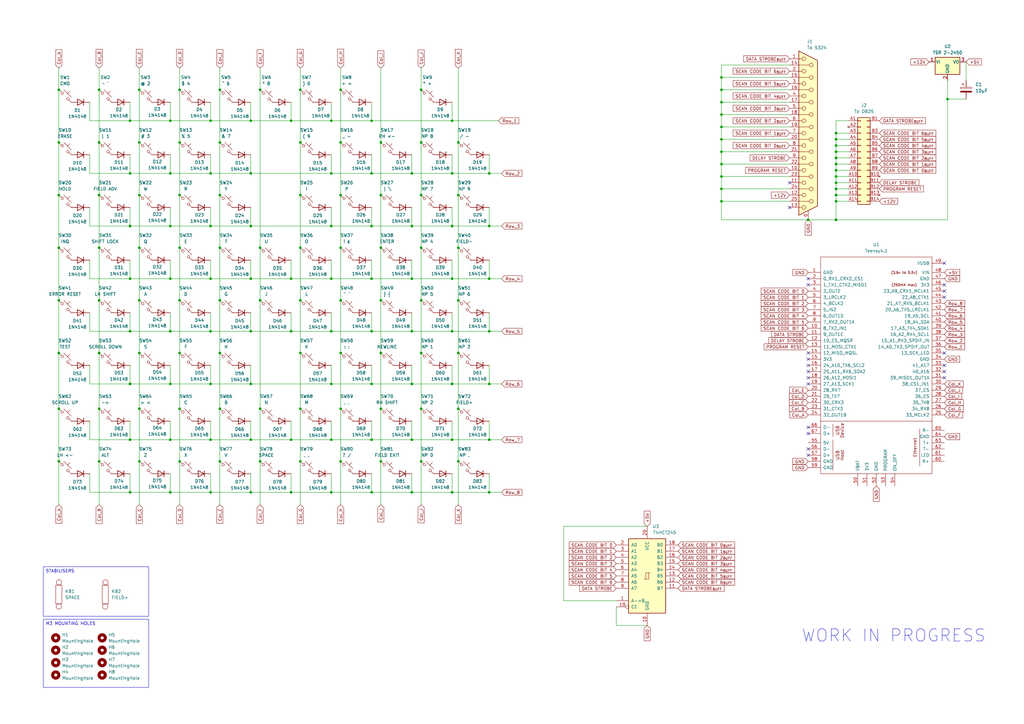
<source format=kicad_sch>
(kicad_sch (version 20250114) (generator "eeschema") (generator_version "9.0")
  (paper "A3")
  (title_block (title "IBM 5324 Keyboard Replacement") (date "26/NOV/2025") (rev "WIP") (company "Brett Hallen") (comment 1 "www.youtube.com/@Brfff"))
  (text "WORK IN PROGRESS" (at 366.522 260.858 0) (effects (font (size 5 5))))
  (text_box "M3 MOUNTING HOLES" (at 17.78 254 0) (size 43.18 27.94) (margins 0.9525 0.9525 0.9525 0.9525) (effects (font (size 1.27 1.27)) (justify left top)))
  (text_box "STABILISERS" (at 17.78 232.41 0) (size 43.18 20.32) (margins 0.9525 0.9525 0.9525 0.9525) (effects (font (size 1.27 1.27)) (justify left top)))
  (junction (at 152.4 135.89))
  (junction (at 295.91 57.15))
  (junction (at 168.91 157.48))
  (junction (at 86.36 180.34))
  (junction (at 295.91 77.47))
  (junction (at 342.9 64.77))
  (junction (at 123.19 80.01))
  (junction (at 168.91 135.89))
  (junction (at 57.15 123.19))
  (junction (at 139.7 123.19))
  (junction (at 119.38 201.93))
  (junction (at 123.19 36.83))
  (junction (at 106.68 123.19))
  (junction (at 73.66 144.78))
  (junction (at 200.66 201.93))
  (junction (at 168.91 180.34))
  (junction (at 152.4 92.71))
  (junction (at 172.72 101.6))
  (junction (at 53.34 201.93))
  (junction (at 57.15 101.6))
  (junction (at 295.91 67.31))
  (junction (at 185.42 114.3))
  (junction (at 185.42 71.12))
  (junction (at 57.15 189.23))
  (junction (at 40.64 101.6))
  (junction (at 185.42 157.48))
  (junction (at 73.66 80.01))
  (junction (at 295.91 36.83))
  (junction (at 152.4 180.34))
  (junction (at 40.64 80.01))
  (junction (at 187.96 144.78))
  (junction (at 53.34 92.71))
  (junction (at 156.21 80.01))
  (junction (at 152.4 71.12))
  (junction (at 40.64 36.83))
  (junction (at 156.21 167.64))
  (junction (at 119.38 114.3))
  (junction (at 57.15 144.78))
  (junction (at 342.9 74.93))
  (junction (at 342.9 59.69))
  (junction (at 295.91 62.23))
  (junction (at 86.36 92.71))
  (junction (at 102.87 201.93))
  (junction (at 200.66 114.3))
  (junction (at 57.15 80.01))
  (junction (at 342.9 57.15))
  (junction (at 172.72 80.01))
  (junction (at 123.19 189.23))
  (junction (at 187.96 80.01))
  (junction (at 123.19 101.6))
  (junction (at 102.87 114.3))
  (junction (at 90.17 58.42))
  (junction (at 152.4 114.3))
  (junction (at 172.72 58.42))
  (junction (at 24.13 36.83))
  (junction (at 106.68 167.64))
  (junction (at 135.89 49.53))
  (junction (at 331.47 90.17))
  (junction (at 135.89 201.93))
  (junction (at 53.34 71.12))
  (junction (at 156.21 101.6))
  (junction (at 172.72 167.64))
  (junction (at 342.9 67.31))
  (junction (at 295.91 46.99))
  (junction (at 156.21 58.42))
  (junction (at 73.66 167.64))
  (junction (at 172.72 36.83))
  (junction (at 342.9 62.23))
  (junction (at 73.66 123.19))
  (junction (at 342.9 82.55))
  (junction (at 139.7 144.78))
  (junction (at 123.19 144.78))
  (junction (at 200.66 157.48))
  (junction (at 295.91 72.39))
  (junction (at 185.42 49.53))
  (junction (at 135.89 92.71))
  (junction (at 90.17 189.23))
  (junction (at 69.85 114.3))
  (junction (at 86.36 201.93))
  (junction (at 86.36 71.12))
  (junction (at 40.64 58.42))
  (junction (at 172.72 189.23))
  (junction (at 69.85 92.71))
  (junction (at 172.72 123.19))
  (junction (at 135.89 135.89))
  (junction (at 342.9 54.61))
  (junction (at 156.21 123.19))
  (junction (at 53.34 49.53))
  (junction (at 185.42 135.89))
  (junction (at 139.7 58.42))
  (junction (at 73.66 189.23))
  (junction (at 69.85 71.12))
  (junction (at 123.19 167.64))
  (junction (at 139.7 167.64))
  (junction (at 40.64 167.64))
  (junction (at 24.13 144.78))
  (junction (at 139.7 101.6))
  (junction (at 90.17 144.78))
  (junction (at 295.91 82.55))
  (junction (at 57.15 167.64))
  (junction (at 53.34 135.89))
  (junction (at 53.34 157.48))
  (junction (at 24.13 167.64))
  (junction (at 90.17 167.64))
  (junction (at 342.9 90.17))
  (junction (at 24.13 189.23))
  (junction (at 200.66 135.89))
  (junction (at 342.9 72.39))
  (junction (at 57.15 36.83))
  (junction (at 24.13 123.19))
  (junction (at 102.87 180.34))
  (junction (at 172.72 144.78))
  (junction (at 69.85 157.48))
  (junction (at 139.7 80.01))
  (junction (at 342.9 77.47))
  (junction (at 106.68 101.6))
  (junction (at 53.34 114.3))
  (junction (at 156.21 189.23))
  (junction (at 168.91 201.93))
  (junction (at 185.42 92.71))
  (junction (at 106.68 36.83))
  (junction (at 40.64 123.19))
  (junction (at 40.64 144.78))
  (junction (at 24.13 58.42))
  (junction (at 168.91 71.12))
  (junction (at 187.96 189.23))
  (junction (at 69.85 135.89))
  (junction (at 185.42 201.93))
  (junction (at 86.36 49.53))
  (junction (at 200.66 71.12))
  (junction (at 152.4 157.48))
  (junction (at 295.91 52.07))
  (junction (at 86.36 157.48))
  (junction (at 102.87 135.89))
  (junction (at 123.19 58.42))
  (junction (at 40.64 189.23))
  (junction (at 135.89 157.48))
  (junction (at 69.85 201.93))
  (junction (at 342.9 69.85))
  (junction (at 57.15 58.42))
  (junction (at 139.7 189.23))
  (junction (at 119.38 49.53))
  (junction (at 102.87 157.48))
  (junction (at 185.42 180.34))
  (junction (at 119.38 135.89))
  (junction (at 90.17 101.6))
  (junction (at 187.96 58.42))
  (junction (at 187.96 123.19))
  (junction (at 86.36 114.3))
  (junction (at 152.4 49.53))
  (junction (at 106.68 189.23))
  (junction (at 69.85 49.53))
  (junction (at 53.34 180.34))
  (junction (at 156.21 144.78))
  (junction (at 90.17 36.83))
  (junction (at 187.96 101.6))
  (junction (at 73.66 101.6))
  (junction (at 139.7 36.83))
  (junction (at 135.89 114.3))
  (junction (at 200.66 92.71))
  (junction (at 90.17 123.19))
  (junction (at 135.89 180.34))
  (junction (at 102.87 71.12))
  (junction (at 123.19 123.19))
  (junction (at 119.38 180.34))
  (junction (at 86.36 135.89))
  (junction (at 73.66 36.83))
  (junction (at 342.9 80.01))
  (junction (at 388.62 40.64))
  (junction (at 24.13 101.6))
  (junction (at 168.91 114.3))
  (junction (at 135.89 71.12))
  (junction (at 24.13 80.01))
  (junction (at 295.91 31.75))
  (junction (at 187.96 167.64))
  (junction (at 200.66 180.34))
  (junction (at 90.17 80.01))
  (junction (at 73.66 58.42))
  (junction (at 295.91 41.91))
  (junction (at 168.91 92.71))
  (junction (at 102.87 92.71))
  (junction (at 69.85 180.34))
  (junction (at 152.4 201.93))
  (junction (at 102.87 49.53))
  (no_connect (at 331.47 157.48))
  (no_connect (at 387.35 107.95))
  (no_connect (at 331.47 116.84))
  (no_connect (at 331.47 186.69))
  (no_connect (at 331.47 149.86))
  (no_connect (at 331.47 147.32))
  (no_connect (at 387.35 144.78))
  (no_connect (at 331.47 114.3))
  (no_connect (at 387.35 121.92))
  (no_connect (at 387.35 119.38))
  (no_connect (at 331.47 177.8))
  (no_connect (at 387.35 149.86))
  (no_connect (at 331.47 144.78))
  (no_connect (at 387.35 152.4))
  (no_connect (at 331.47 184.15))
  (no_connect (at 387.35 116.84))
  (no_connect (at 387.35 154.94))
  (no_connect (at 331.47 175.26))
  (no_connect (at 331.47 154.94))
  (no_connect (at 331.47 152.4))
  (no_connect (at 323.85 85.09))
  (no_connect (at 323.85 74.93))
  (wire (pts (xy 86.36 85.09) (xy 86.36 92.71)))
  (wire (pts (xy 24.13 58.42) (xy 24.13 80.01)))
  (wire (pts (xy 90.17 58.42) (xy 90.17 80.01)))
  (wire (pts (xy 119.38 114.3) (xy 135.89 114.3)))
  (wire (pts (xy 185.42 135.89) (xy 200.66 135.89)))
  (wire (pts (xy 231.14 246.38) (xy 252.73 246.38)))
  (wire (pts (xy 139.7 58.42) (xy 139.7 80.01)))
  (wire (pts (xy 90.17 167.64) (xy 90.17 189.23)))
  (wire (pts (xy 135.89 194.31) (xy 135.89 201.93)))
  (wire (pts (xy 57.15 123.19) (xy 57.15 144.78)))
  (wire (pts (xy 69.85 63.5) (xy 69.85 71.12)))
  (wire (pts (xy 152.4 85.09) (xy 152.4 92.71)))
  (wire (pts (xy 252.73 256.54) (xy 265.43 256.54)))
  (wire (pts (xy 40.64 27.94) (xy 40.64 36.83)))
  (wire (pts (xy 342.9 62.23) (xy 342.9 64.77)))
  (wire (pts (xy 168.91 63.5) (xy 168.91 71.12)))
  (wire (pts (xy 53.34 71.12) (xy 69.85 71.12)))
  (wire (pts (xy 168.91 135.89) (xy 185.42 135.89)))
  (wire (pts (xy 135.89 180.34) (xy 152.4 180.34)))
  (wire (pts (xy 185.42 106.68) (xy 185.42 114.3)))
  (wire (pts (xy 24.13 144.78) (xy 24.13 167.64)))
  (wire (pts (xy 135.89 172.72) (xy 135.89 180.34)))
  (wire (pts (xy 53.34 157.48) (xy 69.85 157.48)))
  (wire (pts (xy 187.96 80.01) (xy 187.96 101.6)))
  (wire (pts (xy 295.91 57.15) (xy 295.91 62.23)))
  (wire (pts (xy 295.91 52.07) (xy 295.91 57.15)))
  (wire (pts (xy 123.19 167.64) (xy 123.19 189.23)))
  (wire (pts (xy 119.38 135.89) (xy 135.89 135.89)))
  (wire (pts (xy 24.13 27.94) (xy 24.13 36.83)))
  (wire (pts (xy 102.87 92.71) (xy 135.89 92.71)))
  (wire (pts (xy 185.42 128.27) (xy 185.42 135.89)))
  (wire (pts (xy 185.42 149.86) (xy 185.42 157.48)))
  (wire (pts (xy 36.83 149.86) (xy 36.83 157.48)))
  (wire (pts (xy 295.91 67.31) (xy 323.85 67.31)))
  (wire (pts (xy 102.87 114.3) (xy 119.38 114.3)))
  (wire (pts (xy 36.83 71.12) (xy 53.34 71.12)))
  (wire (pts (xy 342.9 74.93) (xy 347.98 74.93)))
  (wire (pts (xy 24.13 123.19) (xy 24.13 144.78)))
  (wire (pts (xy 231.14 215.9) (xy 231.14 246.38)))
  (wire (pts (xy 57.15 167.64) (xy 57.15 189.23)))
  (wire (pts (xy 123.19 101.6) (xy 123.19 123.19)))
  (wire (pts (xy 36.83 172.72) (xy 36.83 180.34)))
  (wire (pts (xy 295.91 67.31) (xy 295.91 72.39)))
  (wire (pts (xy 152.4 63.5) (xy 152.4 71.12)))
  (wire (pts (xy 69.85 149.86) (xy 69.85 157.48)))
  (wire (pts (xy 102.87 172.72) (xy 102.87 180.34)))
  (wire (pts (xy 396.24 25.4) (xy 396.24 33.02)))
  (wire (pts (xy 57.15 58.42) (xy 57.15 80.01)))
  (wire (pts (xy 69.85 201.93) (xy 86.36 201.93)))
  (wire (pts (xy 187.96 189.23) (xy 187.96 207.01)))
  (wire (pts (xy 53.34 194.31) (xy 53.34 201.93)))
  (wire (pts (xy 123.19 27.94) (xy 123.19 36.83)))
  (wire (pts (xy 135.89 135.89) (xy 152.4 135.89)))
  (wire (pts (xy 342.9 62.23) (xy 347.98 62.23)))
  (wire (pts (xy 295.91 72.39) (xy 295.91 77.47)))
  (wire (pts (xy 152.4 71.12) (xy 168.91 71.12)))
  (wire (pts (xy 323.85 26.67) (xy 295.91 26.67)))
  (wire (pts (xy 135.89 128.27) (xy 135.89 135.89)))
  (wire (pts (xy 139.7 144.78) (xy 139.7 167.64)))
  (wire (pts (xy 86.36 201.93) (xy 102.87 201.93)))
  (wire (pts (xy 168.91 180.34) (xy 185.42 180.34)))
  (wire (pts (xy 185.42 41.91) (xy 185.42 49.53)))
  (wire (pts (xy 156.21 167.64) (xy 156.21 189.23)))
  (wire (pts (xy 156.21 27.94) (xy 156.21 58.42)))
  (wire (pts (xy 119.38 180.34) (xy 135.89 180.34)))
  (wire (pts (xy 36.83 85.09) (xy 36.83 92.71)))
  (wire (pts (xy 69.85 92.71) (xy 86.36 92.71)))
  (wire (pts (xy 24.13 80.01) (xy 24.13 101.6)))
  (wire (pts (xy 295.91 77.47) (xy 323.85 77.47)))
  (wire (pts (xy 331.47 90.17) (xy 342.9 90.17)))
  (wire (pts (xy 57.15 189.23) (xy 57.15 207.01)))
  (wire (pts (xy 119.38 172.72) (xy 119.38 180.34)))
  (wire (pts (xy 172.72 167.64) (xy 172.72 189.23)))
  (wire (pts (xy 295.91 36.83) (xy 295.91 41.91)))
  (wire (pts (xy 156.21 123.19) (xy 156.21 144.78)))
  (wire (pts (xy 36.83 201.93) (xy 53.34 201.93)))
  (wire (pts (xy 69.85 157.48) (xy 86.36 157.48)))
  (wire (pts (xy 57.15 27.94) (xy 57.15 36.83)))
  (wire (pts (xy 123.19 189.23) (xy 123.19 207.01)))
  (wire (pts (xy 90.17 189.23) (xy 90.17 207.01)))
  (wire (pts (xy 295.91 26.67) (xy 295.91 31.75)))
  (wire (pts (xy 69.85 114.3) (xy 86.36 114.3)))
  (wire (pts (xy 152.4 106.68) (xy 152.4 114.3)))
  (wire (pts (xy 200.66 71.12) (xy 205.74 71.12)))
  (wire (pts (xy 168.91 106.68) (xy 168.91 114.3)))
  (wire (pts (xy 342.9 80.01) (xy 347.98 80.01)))
  (wire (pts (xy 295.91 31.75) (xy 295.91 36.83)))
  (wire (pts (xy 295.91 31.75) (xy 323.85 31.75)))
  (wire (pts (xy 86.36 149.86) (xy 86.36 157.48)))
  (wire (pts (xy 185.42 49.53) (xy 204.47 49.53)))
  (wire (pts (xy 119.38 49.53) (xy 135.89 49.53)))
  (wire (pts (xy 342.9 77.47) (xy 342.9 80.01)))
  (wire (pts (xy 24.13 101.6) (xy 24.13 123.19)))
  (wire (pts (xy 342.9 64.77) (xy 342.9 67.31)))
  (wire (pts (xy 102.87 106.68) (xy 102.87 114.3)))
  (wire (pts (xy 342.9 54.61) (xy 342.9 57.15)))
  (wire (pts (xy 295.91 90.17) (xy 331.47 90.17)))
  (wire (pts (xy 185.42 194.31) (xy 185.42 201.93)))
  (wire (pts (xy 73.66 101.6) (xy 73.66 123.19)))
  (wire (pts (xy 106.68 101.6) (xy 106.68 123.19)))
  (wire (pts (xy 295.91 41.91) (xy 323.85 41.91)))
  (wire (pts (xy 152.4 128.27) (xy 152.4 135.89)))
  (wire (pts (xy 69.85 49.53) (xy 86.36 49.53)))
  (wire (pts (xy 123.19 36.83) (xy 123.19 58.42)))
  (wire (pts (xy 86.36 92.71) (xy 102.87 92.71)))
  (wire (pts (xy 347.98 49.53) (xy 342.9 49.53)))
  (wire (pts (xy 123.19 58.42) (xy 123.19 80.01)))
  (wire (pts (xy 36.83 194.31) (xy 36.83 201.93)))
  (wire (pts (xy 187.96 101.6) (xy 187.96 123.19)))
  (wire (pts (xy 73.66 36.83) (xy 73.66 58.42)))
  (wire (pts (xy 123.19 123.19) (xy 123.19 144.78)))
  (wire (pts (xy 102.87 49.53) (xy 119.38 49.53)))
  (wire (pts (xy 53.34 201.93) (xy 69.85 201.93)))
  (wire (pts (xy 86.36 157.48) (xy 102.87 157.48)))
  (wire (pts (xy 135.89 63.5) (xy 135.89 71.12)))
  (wire (pts (xy 168.91 128.27) (xy 168.91 135.89)))
  (wire (pts (xy 73.66 27.94) (xy 73.66 36.83)))
  (wire (pts (xy 73.66 123.19) (xy 73.66 144.78)))
  (wire (pts (xy 53.34 85.09) (xy 53.34 92.71)))
  (wire (pts (xy 69.85 71.12) (xy 86.36 71.12)))
  (wire (pts (xy 152.4 157.48) (xy 168.91 157.48)))
  (wire (pts (xy 69.85 194.31) (xy 69.85 201.93)))
  (wire (pts (xy 119.38 41.91) (xy 119.38 49.53)))
  (wire (pts (xy 53.34 41.91) (xy 53.34 49.53)))
  (wire (pts (xy 36.83 128.27) (xy 36.83 135.89)))
  (wire (pts (xy 90.17 101.6) (xy 90.17 123.19)))
  (wire (pts (xy 40.64 189.23) (xy 40.64 207.01)))
  (wire (pts (xy 69.85 172.72) (xy 69.85 180.34)))
  (wire (pts (xy 135.89 114.3) (xy 152.4 114.3)))
  (wire (pts (xy 40.64 58.42) (xy 40.64 80.01)))
  (wire (pts (xy 200.66 128.27) (xy 200.66 135.89)))
  (wire (pts (xy 90.17 123.19) (xy 90.17 144.78)))
  (wire (pts (xy 172.72 123.19) (xy 172.72 144.78)))
  (wire (pts (xy 53.34 106.68) (xy 53.34 114.3)))
  (wire (pts (xy 200.66 194.31) (xy 200.66 201.93)))
  (wire (pts (xy 200.66 63.5) (xy 200.66 71.12)))
  (wire (pts (xy 172.72 58.42) (xy 172.72 80.01)))
  (wire (pts (xy 40.64 167.64) (xy 40.64 189.23)))
  (wire (pts (xy 139.7 80.01) (xy 139.7 101.6)))
  (wire (pts (xy 342.9 72.39) (xy 342.9 74.93)))
  (wire (pts (xy 57.15 144.78) (xy 57.15 167.64)))
  (wire (pts (xy 295.91 72.39) (xy 323.85 72.39)))
  (wire (pts (xy 69.85 85.09) (xy 69.85 92.71)))
  (wire (pts (xy 187.96 123.19) (xy 187.96 144.78)))
  (wire (pts (xy 187.96 167.64) (xy 187.96 189.23)))
  (wire (pts (xy 102.87 149.86) (xy 102.87 157.48)))
  (wire (pts (xy 102.87 194.31) (xy 102.87 201.93)))
  (wire (pts (xy 200.66 201.93) (xy 205.74 201.93)))
  (wire (pts (xy 123.19 80.01) (xy 123.19 101.6)))
  (wire (pts (xy 172.72 27.94) (xy 172.72 36.83)))
  (wire (pts (xy 295.91 62.23) (xy 295.91 67.31)))
  (wire (pts (xy 119.38 201.93) (xy 135.89 201.93)))
  (wire (pts (xy 265.43 215.9) (xy 231.14 215.9)))
  (wire (pts (xy 135.89 71.12) (xy 152.4 71.12)))
  (wire (pts (xy 53.34 128.27) (xy 53.34 135.89)))
  (wire (pts (xy 135.89 85.09) (xy 135.89 92.71)))
  (wire (pts (xy 102.87 71.12) (xy 135.89 71.12)))
  (wire (pts (xy 152.4 41.91) (xy 152.4 49.53)))
  (wire (pts (xy 36.83 49.53) (xy 53.34 49.53)))
  (wire (pts (xy 200.66 92.71) (xy 205.74 92.71)))
  (wire (pts (xy 168.91 157.48) (xy 185.42 157.48)))
  (wire (pts (xy 53.34 92.71) (xy 69.85 92.71)))
  (wire (pts (xy 200.66 85.09) (xy 200.66 92.71)))
  (wire (pts (xy 69.85 106.68) (xy 69.85 114.3)))
  (wire (pts (xy 106.68 167.64) (xy 106.68 189.23)))
  (wire (pts (xy 40.64 36.83) (xy 40.64 58.42)))
  (wire (pts (xy 40.64 80.01) (xy 40.64 101.6)))
  (wire (pts (xy 342.9 59.69) (xy 342.9 62.23)))
  (wire (pts (xy 40.64 101.6) (xy 40.64 123.19)))
  (wire (pts (xy 86.36 172.72) (xy 86.36 180.34)))
  (wire (pts (xy 135.89 41.91) (xy 135.89 49.53)))
  (wire (pts (xy 185.42 71.12) (xy 200.66 71.12)))
  (wire (pts (xy 342.9 82.55) (xy 342.9 90.17)))
  (wire (pts (xy 36.83 41.91) (xy 36.83 49.53)))
  (wire (pts (xy 156.21 189.23) (xy 156.21 207.01)))
  (wire (pts (xy 388.62 40.64) (xy 396.24 40.64)))
  (wire (pts (xy 36.83 106.68) (xy 36.83 114.3)))
  (wire (pts (xy 295.91 77.47) (xy 295.91 82.55)))
  (wire (pts (xy 252.73 248.92) (xy 252.73 256.54)))
  (wire (pts (xy 152.4 180.34) (xy 168.91 180.34)))
  (wire (pts (xy 53.34 149.86) (xy 53.34 157.48)))
  (wire (pts (xy 185.42 172.72) (xy 185.42 180.34)))
  (wire (pts (xy 295.91 82.55) (xy 295.91 90.17)))
  (wire (pts (xy 102.87 85.09) (xy 102.87 92.71)))
  (wire (pts (xy 388.62 90.17) (xy 388.62 40.64)))
  (wire (pts (xy 86.36 180.34) (xy 102.87 180.34)))
  (wire (pts (xy 295.91 41.91) (xy 295.91 46.99)))
  (wire (pts (xy 139.7 101.6) (xy 139.7 123.19)))
  (wire (pts (xy 187.96 27.94) (xy 187.96 58.42)))
  (wire (pts (xy 342.9 72.39) (xy 347.98 72.39)))
  (wire (pts (xy 36.83 180.34) (xy 53.34 180.34)))
  (wire (pts (xy 172.72 189.23) (xy 172.72 207.01)))
  (wire (pts (xy 295.91 82.55) (xy 323.85 82.55)))
  (wire (pts (xy 342.9 67.31) (xy 347.98 67.31)))
  (wire (pts (xy 168.91 201.93) (xy 185.42 201.93)))
  (wire (pts (xy 69.85 128.27) (xy 69.85 135.89)))
  (wire (pts (xy 36.83 92.71) (xy 53.34 92.71)))
  (wire (pts (xy 135.89 149.86) (xy 135.89 157.48)))
  (wire (pts (xy 53.34 172.72) (xy 53.34 180.34)))
  (wire (pts (xy 200.66 149.86) (xy 200.66 157.48)))
  (wire (pts (xy 342.9 57.15) (xy 342.9 59.69)))
  (wire (pts (xy 295.91 52.07) (xy 323.85 52.07)))
  (wire (pts (xy 36.83 63.5) (xy 36.83 71.12)))
  (wire (pts (xy 152.4 149.86) (xy 152.4 157.48)))
  (wire (pts (xy 106.68 36.83) (xy 106.68 101.6)))
  (wire (pts (xy 168.91 149.86) (xy 168.91 157.48)))
  (wire (pts (xy 123.19 144.78) (xy 123.19 167.64)))
  (wire (pts (xy 342.9 69.85) (xy 342.9 72.39)))
  (wire (pts (xy 36.83 157.48) (xy 53.34 157.48)))
  (wire (pts (xy 200.66 106.68) (xy 200.66 114.3)))
  (wire (pts (xy 73.66 80.01) (xy 73.66 101.6)))
  (wire (pts (xy 342.9 74.93) (xy 342.9 77.47)))
  (wire (pts (xy 86.36 106.68) (xy 86.36 114.3)))
  (wire (pts (xy 152.4 172.72) (xy 152.4 180.34)))
  (wire (pts (xy 139.7 123.19) (xy 139.7 144.78)))
  (wire (pts (xy 102.87 41.91) (xy 102.87 49.53)))
  (wire (pts (xy 86.36 114.3) (xy 102.87 114.3)))
  (wire (pts (xy 135.89 92.71) (xy 152.4 92.71)))
  (wire (pts (xy 135.89 157.48) (xy 152.4 157.48)))
  (wire (pts (xy 57.15 101.6) (xy 57.15 123.19)))
  (wire (pts (xy 86.36 49.53) (xy 102.87 49.53)))
  (wire (pts (xy 135.89 201.93) (xy 152.4 201.93)))
  (wire (pts (xy 40.64 144.78) (xy 40.64 167.64)))
  (wire (pts (xy 342.9 69.85) (xy 347.98 69.85)))
  (wire (pts (xy 342.9 67.31) (xy 342.9 69.85)))
  (wire (pts (xy 139.7 27.94) (xy 139.7 36.83)))
  (wire (pts (xy 172.72 144.78) (xy 172.72 167.64)))
  (wire (pts (xy 200.66 180.34) (xy 205.74 180.34)))
  (wire (pts (xy 36.83 114.3) (xy 53.34 114.3)))
  (wire (pts (xy 69.85 41.91) (xy 69.85 49.53)))
  (wire (pts (xy 139.7 189.23) (xy 139.7 207.01)))
  (wire (pts (xy 69.85 180.34) (xy 86.36 180.34)))
  (wire (pts (xy 172.72 80.01) (xy 172.72 101.6)))
  (wire (pts (xy 36.83 135.89) (xy 53.34 135.89)))
  (wire (pts (xy 185.42 92.71) (xy 200.66 92.71)))
  (wire (pts (xy 156.21 144.78) (xy 156.21 167.64)))
  (wire (pts (xy 172.72 101.6) (xy 172.72 123.19)))
  (wire (pts (xy 135.89 106.68) (xy 135.89 114.3)))
  (wire (pts (xy 200.66 157.48) (xy 205.74 157.48)))
  (wire (pts (xy 156.21 58.42) (xy 156.21 80.01)))
  (wire (pts (xy 388.62 40.64) (xy 388.62 33.02)))
  (wire (pts (xy 172.72 36.83) (xy 172.72 58.42)))
  (wire (pts (xy 185.42 180.34) (xy 200.66 180.34)))
  (wire (pts (xy 156.21 101.6) (xy 156.21 123.19)))
  (wire (pts (xy 40.64 123.19) (xy 40.64 144.78)))
  (wire (pts (xy 152.4 194.31) (xy 152.4 201.93)))
  (wire (pts (xy 152.4 201.93) (xy 168.91 201.93)))
  (wire (pts (xy 106.68 189.23) (xy 106.68 207.01)))
  (wire (pts (xy 86.36 63.5) (xy 86.36 71.12)))
  (wire (pts (xy 86.36 135.89) (xy 102.87 135.89)))
  (wire (pts (xy 295.91 46.99) (xy 323.85 46.99)))
  (wire (pts (xy 156.21 80.01) (xy 156.21 101.6)))
  (wire (pts (xy 152.4 92.71) (xy 168.91 92.71)))
  (wire (pts (xy 168.91 85.09) (xy 168.91 92.71)))
  (wire (pts (xy 57.15 80.01) (xy 57.15 101.6)))
  (wire (pts (xy 185.42 85.09) (xy 185.42 92.71)))
  (wire (pts (xy 86.36 71.12) (xy 102.87 71.12)))
  (wire (pts (xy 168.91 71.12) (xy 185.42 71.12)))
  (wire (pts (xy 135.89 49.53) (xy 152.4 49.53)))
  (wire (pts (xy 200.66 135.89) (xy 205.74 135.89)))
  (wire (pts (xy 168.91 172.72) (xy 168.91 180.34)))
  (wire (pts (xy 73.66 189.23) (xy 73.66 207.01)))
  (wire (pts (xy 102.87 128.27) (xy 102.87 135.89)))
  (wire (pts (xy 342.9 54.61) (xy 347.98 54.61)))
  (wire (pts (xy 69.85 135.89) (xy 86.36 135.89)))
  (wire (pts (xy 53.34 114.3) (xy 69.85 114.3)))
  (wire (pts (xy 342.9 64.77) (xy 347.98 64.77)))
  (wire (pts (xy 168.91 114.3) (xy 185.42 114.3)))
  (wire (pts (xy 24.13 36.83) (xy 24.13 58.42)))
  (wire (pts (xy 24.13 167.64) (xy 24.13 189.23)))
  (wire (pts (xy 102.87 157.48) (xy 135.89 157.48)))
  (wire (pts (xy 90.17 27.94) (xy 90.17 36.83)))
  (wire (pts (xy 119.38 128.27) (xy 119.38 135.89)))
  (wire (pts (xy 106.68 27.94) (xy 106.68 36.83)))
  (wire (pts (xy 73.66 167.64) (xy 73.66 189.23)))
  (wire (pts (xy 185.42 114.3) (xy 200.66 114.3)))
  (wire (pts (xy 24.13 189.23) (xy 24.13 207.01)))
  (wire (pts (xy 102.87 63.5) (xy 102.87 71.12)))
  (wire (pts (xy 342.9 90.17) (xy 388.62 90.17)))
  (wire (pts (xy 102.87 201.93) (xy 119.38 201.93)))
  (wire (pts (xy 168.91 92.71) (xy 185.42 92.71)))
  (wire (pts (xy 119.38 106.68) (xy 119.38 114.3)))
  (wire (pts (xy 73.66 144.78) (xy 73.66 167.64)))
  (wire (pts (xy 342.9 82.55) (xy 347.98 82.55)))
  (wire (pts (xy 139.7 167.64) (xy 139.7 189.23)))
  (wire (pts (xy 102.87 135.89) (xy 119.38 135.89)))
  (wire (pts (xy 86.36 128.27) (xy 86.36 135.89)))
  (wire (pts (xy 53.34 180.34) (xy 69.85 180.34)))
  (wire (pts (xy 57.15 36.83) (xy 57.15 58.42)))
  (wire (pts (xy 90.17 80.01) (xy 90.17 101.6)))
  (wire (pts (xy 295.91 36.83) (xy 323.85 36.83)))
  (wire (pts (xy 187.96 58.42) (xy 187.96 80.01)))
  (wire (pts (xy 168.91 194.31) (xy 168.91 201.93)))
  (wire (pts (xy 185.42 63.5) (xy 185.42 71.12)))
  (wire (pts (xy 90.17 144.78) (xy 90.17 167.64)))
  (wire (pts (xy 53.34 135.89) (xy 69.85 135.89)))
  (wire (pts (xy 86.36 41.91) (xy 86.36 49.53)))
  (wire (pts (xy 139.7 36.83) (xy 139.7 58.42)))
  (wire (pts (xy 342.9 57.15) (xy 347.98 57.15)))
  (wire (pts (xy 53.34 49.53) (xy 69.85 49.53)))
  (wire (pts (xy 185.42 201.93) (xy 200.66 201.93)))
  (wire (pts (xy 152.4 135.89) (xy 168.91 135.89)))
  (wire (pts (xy 102.87 180.34) (xy 119.38 180.34)))
  (wire (pts (xy 200.66 172.72) (xy 200.66 180.34)))
  (wire (pts (xy 295.91 57.15) (xy 323.85 57.15)))
  (wire (pts (xy 342.9 77.47) (xy 347.98 77.47)))
  (wire (pts (xy 90.17 36.83) (xy 90.17 58.42)))
  (wire (pts (xy 152.4 114.3) (xy 168.91 114.3)))
  (wire (pts (xy 119.38 194.31) (xy 119.38 201.93)))
  (wire (pts (xy 200.66 114.3) (xy 205.74 114.3)))
  (wire (pts (xy 342.9 59.69) (xy 347.98 59.69)))
  (wire (pts (xy 187.96 144.78) (xy 187.96 167.64)))
  (wire (pts (xy 152.4 49.53) (xy 185.42 49.53)))
  (wire (pts (xy 342.9 80.01) (xy 342.9 82.55)))
  (wire (pts (xy 295.91 62.23) (xy 323.85 62.23)))
  (wire (pts (xy 342.9 49.53) (xy 342.9 54.61)))
  (wire (pts (xy 73.66 58.42) (xy 73.66 80.01)))
  (wire (pts (xy 86.36 194.31) (xy 86.36 201.93)))
  (wire (pts (xy 295.91 46.99) (xy 295.91 52.07)))
  (wire (pts (xy 106.68 123.19) (xy 106.68 167.64)))
  (wire (pts (xy 185.42 157.48) (xy 200.66 157.48)))
  (wire (pts (xy 53.34 63.5) (xy 53.34 71.12)))
  (global_label "Col_D" (shape input) (at 331.47 162.56 180) (property "Intersheetrefs" "${INTERSHEET_REFS}" (effects (hide yes))))
  (global_label "SCAN CODE BIT 3_{BUFF}" (shape input) (at 360.68 62.23 0) (property "Intersheetrefs" "${INTERSHEET_REFS}" (effects (hide yes))))
  (global_label "Col_F" (shape input) (at 387.35 170.18 0) (property "Intersheetrefs" "${INTERSHEET_REFS}" (effects (hide yes))))
  (global_label "Col_H" (shape input) (at 387.35 165.1 0) (property "Intersheetrefs" "${INTERSHEET_REFS}" (effects (hide yes))))
  (global_label "DATA STROBE" (shape input) (at 252.73 241.3 180) (property "Intersheetrefs" "${INTERSHEET_REFS}" (effects (hide yes))))
  (global_label "GND" (shape input) (at 331.47 189.23 180) (property "Intersheetrefs" "${INTERSHEET_REFS}" (effects (hide yes))))
  (global_label "Col_A" (shape input) (at 24.13 27.94 90) (property "Intersheetrefs" "${INTERSHEET_REFS}" (effects (hide yes))))
  (global_label "Col_H" (shape input) (at 139.7 207.01 270) (property "Intersheetrefs" "${INTERSHEET_REFS}" (effects (hide yes))))
  (global_label "Col_B" (shape input) (at 40.64 27.94 90) (property "Intersheetrefs" "${INTERSHEET_REFS}" (effects (hide yes))))
  (global_label "Col_F" (shape input) (at 106.68 27.94 90) (property "Intersheetrefs" "${INTERSHEET_REFS}" (effects (hide yes))))
  (global_label "SCAN CODE BIT 4_{BUFF}" (shape input) (at 323.85 39.37 180) (property "Intersheetrefs" "${INTERSHEET_REFS}" (effects (hide yes))))
  (global_label "SCAN CODE BIT 6_{BUFF}" (shape input) (at 323.85 29.21 180) (property "Intersheetrefs" "${INTERSHEET_REFS}" (effects (hide yes))))
  (global_label "+12V" (shape input) (at 323.85 80.01 180) (property "Intersheetrefs" "${INTERSHEET_REFS}" (effects (hide yes))))
  (global_label "Col_J" (shape input) (at 387.35 160.02 0) (property "Intersheetrefs" "${INTERSHEET_REFS}" (effects (hide yes))))
  (global_label "Col_I" (shape input) (at 156.21 27.94 90) (property "Intersheetrefs" "${INTERSHEET_REFS}" (effects (hide yes))))
  (global_label "Col_A" (shape input) (at 24.13 207.01 270) (property "Intersheetrefs" "${INTERSHEET_REFS}" (effects (hide yes))))
  (global_label "Col_B" (shape input) (at 40.64 207.01 270) (property "Intersheetrefs" "${INTERSHEET_REFS}" (effects (hide yes))))
  (global_label "SCAN CODE BIT 0_{BUFF}" (shape input) (at 278.13 223.52 0) (property "Intersheetrefs" "${INTERSHEET_REFS}" (effects (hide yes))))
  (global_label "SCAN CODE BIT 5" (shape input) (at 252.73 236.22 180) (property "Intersheetrefs" "${INTERSHEET_REFS}" (effects (hide yes))))
  (global_label "Col_I" (shape input) (at 387.35 162.56 0) (property "Intersheetrefs" "${INTERSHEET_REFS}" (effects (hide yes))))
  (global_label "GND" (shape input) (at 387.35 147.32 0) (property "Intersheetrefs" "${INTERSHEET_REFS}" (effects (hide yes))))
  (global_label "PROGRAM RESET" (shape input) (at 331.47 142.24 180) (property "Intersheetrefs" "${INTERSHEET_REFS}" (effects (hide yes))))
  (global_label "DELAY STROBE" (shape input) (at 360.68 74.93 0) (property "Intersheetrefs" "${INTERSHEET_REFS}" (effects (hide yes))))
  (global_label "Col_K" (shape input) (at 187.96 27.94 90) (property "Intersheetrefs" "${INTERSHEET_REFS}" (effects (hide yes))))
  (global_label "SCAN CODE BIT 3_{BUFF}" (shape input) (at 278.13 231.14 0) (property "Intersheetrefs" "${INTERSHEET_REFS}" (effects (hide yes))))
  (global_label "Row_5" (shape input) (at 205.74 135.89 0) (property "Intersheetrefs" "${INTERSHEET_REFS}" (effects (hide yes))))
  (global_label "DELAY STROBE" (shape input) (at 323.85 64.77 180) (property "Intersheetrefs" "${INTERSHEET_REFS}" (effects (hide yes))))
  (global_label "Row_3" (shape input) (at 205.74 92.71 0) (property "Intersheetrefs" "${INTERSHEET_REFS}" (effects (hide yes))))
  (global_label "SCAN CODE BIT 4_{BUFF}" (shape input) (at 360.68 59.69 0) (property "Intersheetrefs" "${INTERSHEET_REFS}" (effects (hide yes))))
  (global_label "Row_1" (shape input) (at 387.35 142.24 0) (property "Intersheetrefs" "${INTERSHEET_REFS}" (effects (hide yes))))
  (global_label "SCAN CODE BIT 2_{BUFF}" (shape input) (at 360.68 64.77 0) (property "Intersheetrefs" "${INTERSHEET_REFS}" (effects (hide yes))))
  (global_label "Col_D" (shape input) (at 73.66 207.01 270) (property "Intersheetrefs" "${INTERSHEET_REFS}" (effects (hide yes))))
  (global_label "Row_2" (shape input) (at 387.35 139.7 0) (property "Intersheetrefs" "${INTERSHEET_REFS}" (effects (hide yes))))
  (global_label "PROGRAM RESET" (shape input) (at 323.85 69.85 180) (property "Intersheetrefs" "${INTERSHEET_REFS}" (effects (hide yes))))
  (global_label "+12V" (shape input) (at 381 25.4 180) (property "Intersheetrefs" "${INTERSHEET_REFS}" (effects (hide yes))))
  (global_label "Col_C" (shape input) (at 57.15 27.94 90) (property "Intersheetrefs" "${INTERSHEET_REFS}" (effects (hide yes))))
  (global_label "DATA STROBE" (shape input) (at 331.47 137.16 180) (property "Intersheetrefs" "${INTERSHEET_REFS}" (effects (hide yes))))
  (global_label "Row_5" (shape input) (at 387.35 132.08 0) (property "Intersheetrefs" "${INTERSHEET_REFS}" (effects (hide yes))))
  (global_label "SCAN CODE BIT 1_{BUFF}" (shape input) (at 323.85 54.61 180) (property "Intersheetrefs" "${INTERSHEET_REFS}" (effects (hide yes))))
  (global_label "Col_G" (shape input) (at 387.35 167.64 0) (property "Intersheetrefs" "${INTERSHEET_REFS}" (effects (hide yes))))
  (global_label "SCAN CODE BIT 5_{BUFF}" (shape input) (at 323.85 34.29 180) (property "Intersheetrefs" "${INTERSHEET_REFS}" (effects (hide yes))))
  (global_label "Col_A" (shape input) (at 331.47 170.18 180) (property "Intersheetrefs" "${INTERSHEET_REFS}" (effects (hide yes))))
  (global_label "Row_8" (shape input) (at 387.35 124.46 0) (property "Intersheetrefs" "${INTERSHEET_REFS}" (effects (hide yes))))
  (global_label "GND" (shape input) (at 387.35 179.07 0) (property "Intersheetrefs" "${INTERSHEET_REFS}" (effects (hide yes))))
  (global_label "SCAN CODE BIT 4" (shape input) (at 331.47 129.54 180) (property "Intersheetrefs" "${INTERSHEET_REFS}" (effects (hide yes))))
  (global_label "Row_6" (shape input) (at 205.74 157.48 0) (property "Intersheetrefs" "${INTERSHEET_REFS}" (effects (hide yes))))
  (global_label "GND" (shape input) (at 331.47 191.77 180) (property "Intersheetrefs" "${INTERSHEET_REFS}" (effects (hide yes))))
  (global_label "GND" (shape input) (at 359.41 199.39 270) (property "Intersheetrefs" "${INTERSHEET_REFS}" (effects (hide yes))))
  (global_label "SCAN CODE BIT 5_{BUFF}" (shape input) (at 278.13 236.22 0) (property "Intersheetrefs" "${INTERSHEET_REFS}" (effects (hide yes))))
  (global_label "SCAN CODE BIT 2" (shape input) (at 331.47 124.46 180) (property "Intersheetrefs" "${INTERSHEET_REFS}" (effects (hide yes))))
  (global_label "GND" (shape input) (at 331.47 111.76 180) (property "Intersheetrefs" "${INTERSHEET_REFS}" (effects (hide yes))))
  (global_label "SCAN CODE BIT 2_{BUFF}" (shape input) (at 323.85 49.53 180) (property "Intersheetrefs" "${INTERSHEET_REFS}" (effects (hide yes))))
  (global_label "SCAN CODE BIT 3" (shape input) (at 252.73 231.14 180) (property "Intersheetrefs" "${INTERSHEET_REFS}" (effects (hide yes))))
  (global_label "Row_3" (shape input) (at 387.35 137.16 0) (property "Intersheetrefs" "${INTERSHEET_REFS}" (effects (hide yes))))
  (global_label "SCAN CODE BIT 4_{BUFF}" (shape input) (at 278.13 233.68 0) (property "Intersheetrefs" "${INTERSHEET_REFS}" (effects (hide yes))))
  (global_label "SCAN CODE BIT 0" (shape input) (at 331.47 119.38 180) (property "Intersheetrefs" "${INTERSHEET_REFS}" (effects (hide yes))))
  (global_label "SCAN CODE BIT 4" (shape input) (at 252.73 233.68 180) (property "Intersheetrefs" "${INTERSHEET_REFS}" (effects (hide yes))))
  (global_label "SCAN CODE BIT 2" (shape input) (at 252.73 228.6 180) (property "Intersheetrefs" "${INTERSHEET_REFS}" (effects (hide yes))))
  (global_label "SCAN CODE BIT 3_{BUFF}" (shape input) (at 323.85 44.45 180) (property "Intersheetrefs" "${INTERSHEET_REFS}" (effects (hide yes))))
  (global_label "Col_J" (shape input) (at 172.72 207.01 270) (property "Intersheetrefs" "${INTERSHEET_REFS}" (effects (hide yes))))
  (global_label "SCAN CODE BIT 1" (shape input) (at 331.47 121.92 180) (property "Intersheetrefs" "${INTERSHEET_REFS}" (effects (hide yes))))
  (global_label "Row_2" (shape input) (at 205.74 71.12 0) (property "Intersheetrefs" "${INTERSHEET_REFS}" (effects (hide yes))))
  (global_label "Col_F" (shape input) (at 106.68 207.01 270) (property "Intersheetrefs" "${INTERSHEET_REFS}" (effects (hide yes))))
  (global_label "SCAN CODE BIT 0_{BUFF}" (shape input) (at 323.85 59.69 180) (property "Intersheetrefs" "${INTERSHEET_REFS}" (effects (hide yes))))
  (global_label "Row_7" (shape input) (at 205.74 180.34 0) (property "Intersheetrefs" "${INTERSHEET_REFS}" (effects (hide yes))))
  (global_label "Row_6" (shape input) (at 387.35 129.54 0) (property "Intersheetrefs" "${INTERSHEET_REFS}" (effects (hide yes))))
  (global_label "SCAN CODE BIT 6" (shape input) (at 331.47 134.62 180) (property "Intersheetrefs" "${INTERSHEET_REFS}" (effects (hide yes))))
  (global_label "SCAN CODE BIT 2_{BUFF}" (shape input) (at 278.13 228.6 0) (property "Intersheetrefs" "${INTERSHEET_REFS}" (effects (hide yes))))
  (global_label "SCAN CODE BIT 5" (shape input) (at 331.47 132.08 180) (property "Intersheetrefs" "${INTERSHEET_REFS}" (effects (hide yes))))
  (global_label "SCAN CODE BIT 6_{BUFF}" (shape input) (at 360.68 54.61 0) (property "Intersheetrefs" "${INTERSHEET_REFS}" (effects (hide yes))))
  (global_label "Col_E" (shape input) (at 90.17 207.01 270) (property "Intersheetrefs" "${INTERSHEET_REFS}" (effects (hide yes))))
  (global_label "DATA STROBE_{BUFF}" (shape input) (at 278.13 241.3 0) (property "Intersheetrefs" "${INTERSHEET_REFS}" (effects (hide yes))))
  (global_label "GND" (shape input) (at 331.47 90.17 270) (property "Intersheetrefs" "${INTERSHEET_REFS}" (effects (hide yes))))
  (global_label "Row_7" (shape input) (at 387.35 127 0) (property "Intersheetrefs" "${INTERSHEET_REFS}" (effects (hide yes))))
  (global_label "DELAY STROBE" (shape input) (at 331.47 139.7 180) (property "Intersheetrefs" "${INTERSHEET_REFS}" (effects (hide yes))))
  (global_label "SCAN CODE BIT 1_{BUFF}" (shape input) (at 360.68 67.31 0) (property "Intersheetrefs" "${INTERSHEET_REFS}" (effects (hide yes))))
  (global_label "SCAN CODE BIT 5_{BUFF}" (shape input) (at 360.68 57.15 0) (property "Intersheetrefs" "${INTERSHEET_REFS}" (effects (hide yes))))
  (global_label "SCAN CODE BIT 6" (shape input) (at 252.73 238.76 180) (property "Intersheetrefs" "${INTERSHEET_REFS}" (effects (hide yes))))
  (global_label "Col_D" (shape input) (at 73.66 27.94 90) (property "Intersheetrefs" "${INTERSHEET_REFS}" (effects (hide yes))))
  (global_label "Row_4" (shape input) (at 205.74 114.3 0) (property "Intersheetrefs" "${INTERSHEET_REFS}" (effects (hide yes))))
  (global_label "Col_E" (shape input) (at 90.17 27.94 90) (property "Intersheetrefs" "${INTERSHEET_REFS}" (effects (hide yes))))
  (global_label "SCAN CODE BIT 0_{BUFF}" (shape input) (at 360.68 69.85 0) (property "Intersheetrefs" "${INTERSHEET_REFS}" (effects (hide yes))))
  (global_label "Col_G" (shape input) (at 123.19 27.94 90) (property "Intersheetrefs" "${INTERSHEET_REFS}" (effects (hide yes))))
  (global_label "SCAN CODE BIT 1" (shape input) (at 252.73 226.06 180) (property "Intersheetrefs" "${INTERSHEET_REFS}" (effects (hide yes))))
  (global_label "Row_1" (shape input) (at 204.47 49.53 0) (property "Intersheetrefs" "${INTERSHEET_REFS}" (effects (hide yes))))
  (global_label "Col_J" (shape input) (at 172.72 27.94 90) (property "Intersheetrefs" "${INTERSHEET_REFS}" (effects (hide yes))))
  (global_label "SCAN CODE BIT 6_{BUFF}" (shape input) (at 278.13 238.76 0) (property "Intersheetrefs" "${INTERSHEET_REFS}" (effects (hide yes))))
  (global_label "SCAN CODE BIT 0" (shape input) (at 252.73 223.52 180) (property "Intersheetrefs" "${INTERSHEET_REFS}" (effects (hide yes))))
  (global_label "Col_E" (shape input) (at 331.47 160.02 180) (property "Intersheetrefs" "${INTERSHEET_REFS}" (effects (hide yes))))
  (global_label "Col_B" (shape input) (at 331.47 167.64 180) (property "Intersheetrefs" "${INTERSHEET_REFS}" (effects (hide yes))))
  (global_label "PROGRAM RESET" (shape input) (at 360.68 77.47 0) (property "Intersheetrefs" "${INTERSHEET_REFS}" (effects (hide yes))))
  (global_label "+5V" (shape input) (at 265.43 215.9 90) (property "Intersheetrefs" "${INTERSHEET_REFS}" (effects (hide yes))))
  (global_label "DATA STROBE_{BUFF}" (shape input) (at 360.68 49.53 0) (property "Intersheetrefs" "${INTERSHEET_REFS}" (effects (hide yes))))
  (global_label "SCAN CODE BIT 1_{BUFF}" (shape input) (at 278.13 226.06 0) (property "Intersheetrefs" "${INTERSHEET_REFS}" (effects (hide yes))))
  (global_label "GND" (shape input) (at 387.35 114.3 0) (property "Intersheetrefs" "${INTERSHEET_REFS}" (effects (hide yes))))
  (global_label "Col_I" (shape input) (at 156.21 207.01 270) (property "Intersheetrefs" "${INTERSHEET_REFS}" (effects (hide yes))))
  (global_label "+5V" (shape input) (at 396.24 25.4 0) (property "Intersheetrefs" "${INTERSHEET_REFS}" (effects (hide yes))))
  (global_label "Col_G" (shape input) (at 123.19 207.01 270) (property "Intersheetrefs" "${INTERSHEET_REFS}" (effects (hide yes))))
  (global_label "+12V" (shape input) (at 360.68 82.55 0) (property "Intersheetrefs" "${INTERSHEET_REFS}" (effects (hide yes))))
  (global_label "Row_8" (shape input) (at 205.74 201.93 0) (property "Intersheetrefs" "${INTERSHEET_REFS}" (effects (hide yes))))
  (global_label "Col_C" (shape input) (at 331.47 165.1 180) (property "Intersheetrefs" "${INTERSHEET_REFS}" (effects (hide yes))))
  (global_label "SCAN CODE BIT 3" (shape input) (at 331.47 127 180) (property "Intersheetrefs" "${INTERSHEET_REFS}" (effects (hide yes))))
  (global_label "GND" (shape input) (at 265.43 256.54 270) (property "Intersheetrefs" "${INTERSHEET_REFS}" (effects (hide yes))))
  (global_label "Row_4" (shape input) (at 387.35 134.62 0) (property "Intersheetrefs" "${INTERSHEET_REFS}" (effects (hide yes))))
  (global_label "+5V" (shape input) (at 387.35 111.76 0) (property "Intersheetrefs" "${INTERSHEET_REFS}" (effects (hide yes))))
  (global_label "Col_K" (shape input) (at 187.96 207.01 270) (property "Intersheetrefs" "${INTERSHEET_REFS}" (effects (hide yes))))
  (global_label "Col_K" (shape input) (at 387.35 157.48 0) (property "Intersheetrefs" "${INTERSHEET_REFS}" (effects (hide yes))))
  (global_label "DATA STROBE_{BUFF}" (shape input) (at 323.85 24.13 180) (property "Intersheetrefs" "${INTERSHEET_REFS}" (effects (hide yes))))
  (global_label "Col_H" (shape input) (at 139.7 27.94 90) (property "Intersheetrefs" "${INTERSHEET_REFS}" (effects (hide yes))))
  (global_label "Col_C" (shape input) (at 57.15 207.01 270) (property "Intersheetrefs" "${INTERSHEET_REFS}" (effects (hide yes))))
  (symbol (lib_id "Diode:1N4148") (at 115.57 172.72 180) (unit 1)
    (property "Reference" "D67" (at 113.792 176.022 0))
    (property "Value" "1N4148" (at 113.792 178.562 0))
    (property "Footprint" "Diode_SMD:D_SOD-123" (effects (hide yes)))
    (property "Datasheet" "https://assets.nexperia.com/documents/data-sheet/1N4148_1N4448.pdf" (effects (hide yes)))
    (property "Description" "100V 0.15A standard switching diode, DO-35" (effects (hide yes)))
    (property "Sim.Device" "D" (effects (hide yes)))
    (property "Sim.Pins" "1=K 2=A" (effects (hide yes)))
  )
  (symbol (lib_id "Switch:SW_Push_45deg") (at 76.2 147.32 0) (unit 1)
    (property "Reference" "SW55" (at 76.2 139.7 0))
    (property "Value" "F" (at 76.2 142.24 0))
    (property "Footprint" "PCM_Switch_Keyboard_Cherry_MX:SW_Cherry_MX_PCB" (effects (hide yes)))
    (property "Description" "Push button switch, normally open, two pins, 45° tilted" (effects (hide yes)))
  )
  (symbol (lib_id "Diode:1N4148") (at 66.04 194.31 180) (unit 1)
    (property "Reference" "D75" (at 64.516 197.104 0))
    (property "Value" "1N4148" (at 64.516 199.644 0))
    (property "Footprint" "Diode_SMD:D_SOD-123" (effects (hide yes)))
    (property "Datasheet" "https://assets.nexperia.com/documents/data-sheet/1N4148_1N4448.pdf" (effects (hide yes)))
    (property "Description" "100V 0.15A standard switching diode, DO-35" (effects (hide yes)))
    (property "Sim.Device" "D" (effects (hide yes)))
    (property "Sim.Pins" "1=K 2=A" (effects (hide yes)))
  )
  (symbol (lib_id "Diode:1N4148") (at 115.57 128.27 180) (unit 1)
    (property "Reference" "D46" (at 113.792 131.572 0))
    (property "Value" "1N4148" (at 113.792 134.112 0))
    (property "Footprint" "Diode_SMD:D_SOD-123" (effects (hide yes)))
    (property "Datasheet" "https://assets.nexperia.com/documents/data-sheet/1N4148_1N4448.pdf" (effects (hide yes)))
    (property "Description" "100V 0.15A standard switching diode, DO-35" (effects (hide yes)))
    (property "Sim.Device" "D" (effects (hide yes)))
    (property "Sim.Pins" "1=K 2=A" (effects (hide yes)))
  )
  (symbol (lib_id "Switch:SW_Push_45deg") (at 43.18 60.96 0) (unit 1)
    (property "Reference" "SW11" (at 43.18 53.34 0))
    (property "Value" "| 1" (at 43.18 55.88 0))
    (property "Footprint" "PCM_Switch_Keyboard_Cherry_MX:SW_Cherry_MX_PCB" (effects (hide yes)))
    (property "Description" "Push button switch, normally open, two pins, 45° tilted" (effects (hide yes)))
  )
  (symbol (lib_id "Switch:SW_Push_45deg") (at 175.26 39.37 0) (unit 1)
    (property "Reference" "SW9" (at 175.26 31.75 0))
    (property "Value" "* +" (at 175.26 34.29 0))
    (property "Footprint" "PCM_Switch_Keyboard_Cherry_MX:SW_Cherry_MX_PCB_1.75u" (effects (hide yes)))
    (property "Description" "Push button switch, normally open, two pins, 45° tilted" (effects (hide yes)))
  )
  (symbol (lib_id "Diode:1N4148") (at 49.53 41.91 180) (unit 1)
    (property "Reference" "D2" (at 48.768 44.958 0))
    (property "Value" "1N4148" (at 48.768 47.498 0))
    (property "Footprint" "Diode_SMD:D_SOD-123" (effects (hide yes)))
    (property "Datasheet" "https://assets.nexperia.com/documents/data-sheet/1N4148_1N4448.pdf" (effects (hide yes)))
    (property "Description" "100V 0.15A standard switching diode, DO-35" (effects (hide yes)))
    (property "Sim.Device" "D" (effects (hide yes)))
    (property "Sim.Pins" "1=K 2=A" (effects (hide yes)))
  )
  (symbol (lib_id "Switch:SW_Push_45deg") (at 190.5 191.77 0) (unit 1)
    (property "Reference" "SW83" (at 190.5 184.15 0))
    (property "Value" "NP ." (at 190.5 186.69 0))
    (property "Footprint" "PCM_Switch_Keyboard_Cherry_MX:SW_Cherry_MX_PCB_2.00u" (effects (hide yes)))
    (property "Description" "Push button switch, normally open, two pins, 45° tilted" (effects (hide yes)))
  )
  (symbol (lib_id "Diode:1N4148") (at 33.02 149.86 180) (unit 1)
    (property "Reference" "D52" (at 31.75 153.162 0))
    (property "Value" "1N4148" (at 31.75 155.702 0))
    (property "Footprint" "Diode_SMD:D_SOD-123" (effects (hide yes)))
    (property "Datasheet" "https://assets.nexperia.com/documents/data-sheet/1N4148_1N4448.pdf" (effects (hide yes)))
    (property "Description" "100V 0.15A standard switching diode, DO-35" (effects (hide yes)))
    (property "Sim.Device" "D" (effects (hide yes)))
    (property "Sim.Pins" "1=K 2=A" (effects (hide yes)))
  )
  (symbol (lib_id "Diode:1N4148") (at 66.04 63.5 180) (unit 1)
    (property "Reference" "D12" (at 64.516 66.294 0))
    (property "Value" "1N4148" (at 64.516 68.834 0))
    (property "Footprint" "Diode_SMD:D_SOD-123" (effects (hide yes)))
    (property "Datasheet" "https://assets.nexperia.com/documents/data-sheet/1N4148_1N4448.pdf" (effects (hide yes)))
    (property "Description" "100V 0.15A standard switching diode, DO-35" (effects (hide yes)))
    (property "Sim.Device" "D" (effects (hide yes)))
    (property "Sim.Pins" "1=K 2=A" (effects (hide yes)))
  )
  (symbol (lib_id "Switch:SW_Push_45deg") (at 26.67 125.73 0) (unit 1)
    (property "Reference" "SW41" (at 26.67 118.11 0))
    (property "Value" "ERROR RESET" (at 26.67 120.65 0))
    (property "Footprint" "PCM_Switch_Keyboard_Cherry_MX:SW_Cherry_MX_PCB" (effects (hide yes)))
    (property "Description" "Push button switch, normally open, two pins, 45° tilted" (effects (hide yes)))
  )
  (symbol (lib_id "Diode:1N4148") (at 115.57 41.91 180) (unit 1)
    (property "Reference" "D6" (at 113.792 45.212 0))
    (property "Value" "1N4148" (at 113.792 47.752 0))
    (property "Footprint" "Diode_SMD:D_SOD-123" (effects (hide yes)))
    (property "Datasheet" "https://assets.nexperia.com/documents/data-sheet/1N4148_1N4448.pdf" (effects (hide yes)))
    (property "Description" "100V 0.15A standard switching diode, DO-35" (effects (hide yes)))
    (property "Sim.Device" "D" (effects (hide yes)))
    (property "Sim.Pins" "1=K 2=A" (effects (hide yes)))
  )
  (symbol (lib_id "Switch:SW_Push_45deg") (at 43.18 147.32 0) (unit 1)
    (property "Reference" "SW53" (at 43.18 139.7 0))
    (property "Value" "SCROLL DOWN" (at 43.18 142.24 0))
    (property "Footprint" "PCM_Switch_Keyboard_Cherry_MX:SW_Cherry_MX_PCB" (effects (hide yes)))
    (property "Description" "Push button switch, normally open, two pins, 45° tilted" (effects (hide yes)))
  )
  (symbol (lib_id "Mechanical:MountingHole") (at 41.91 276.86 0) (unit 1) (in_bom no)
    (property "Reference" "H8" (at 44.45 275.5899 0) (effects (justify left)))
    (property "Value" "MountingHole" (at 44.45 278.1299 0) (effects (justify left)))
    (property "Footprint" "MountingHole:MountingHole_3.2mm_M3" (effects (hide yes)))
    (property "Description" "Mounting Hole without connection" (effects (hide yes)))
  )
  (symbol (lib_id "Switch:SW_Push_45deg") (at 175.26 191.77 0) (unit 1)
    (property "Reference" "SW82" (at 175.26 184.15 0))
    (property "Value" "NP 0" (at 175.26 186.69 0))
    (property "Footprint" "PCM_Switch_Keyboard_Cherry_MX:SW_Cherry_MX_PCB_2.00u" (effects (hide yes)))
    (property "Description" "Push button switch, normally open, two pins, 45° tilted" (effects (hide yes)))
  )
  (symbol (lib_id "Diode:1N4148") (at 165.1 172.72 180) (unit 1)
    (property "Reference" "D70" (at 164.338 175.768 0))
    (property "Value" "1N4148" (at 164.338 178.308 0))
    (property "Footprint" "Diode_SMD:D_SOD-123" (effects (hide yes)))
    (property "Datasheet" "https://assets.nexperia.com/documents/data-sheet/1N4148_1N4448.pdf" (effects (hide yes)))
    (property "Description" "100V 0.15A standard switching diode, DO-35" (effects (hide yes)))
    (property "Sim.Device" "D" (effects (hide yes)))
    (property "Sim.Pins" "1=K 2=A" (effects (hide yes)))
  )
  (symbol (lib_id "Switch:SW_Push_45deg") (at 142.24 191.77 0) (unit 1)
    (property "Reference" "SW80" (at 142.24 184.15 0))
    (property "Value" "? /" (at 142.24 186.69 0))
    (property "Footprint" "PCM_Switch_Keyboard_Cherry_MX:SW_Cherry_MX_PCB" (effects (hide yes)))
    (property "Description" "Push button switch, normally open, two pins, 45° tilted" (effects (hide yes)))
  )
  (symbol (lib_id "Switch:SW_Push_45deg") (at 109.22 39.37 0) (unit 1)
    (property "Reference" "SW6" (at 109.22 31.75 0))
    (property "Value" "* 8" (at 109.22 34.29 0))
    (property "Footprint" "PCM_Switch_Keyboard_Cherry_MX:SW_Cherry_MX_PCB" (effects (hide yes)))
    (property "Description" "Push button switch, normally open, two pins, 45° tilted" (effects (hide yes)))
  )
  (symbol (lib_id "Diode:1N4148") (at 132.08 85.09 180) (unit 1)
    (property "Reference" "D25" (at 130.302 88.392 0))
    (property "Value" "1N4148" (at 130.302 90.932 0))
    (property "Footprint" "Diode_SMD:D_SOD-123" (effects (hide yes)))
    (property "Datasheet" "https://assets.nexperia.com/documents/data-sheet/1N4148_1N4448.pdf" (effects (hide yes)))
    (property "Description" "100V 0.15A standard switching diode, DO-35" (effects (hide yes)))
    (property "Sim.Device" "D" (effects (hide yes)))
    (property "Sim.Pins" "1=K 2=A" (effects (hide yes)))
  )
  (symbol (lib_id "Switch:SW_Push_45deg") (at 76.2 82.55 0) (unit 1)
    (property "Reference" "SW23" (at 76.2 74.93 0))
    (property "Value" "R" (at 76.2 77.47 0))
    (property "Footprint" "PCM_Switch_Keyboard_Cherry_MX:SW_Cherry_MX_PCB" (effects (hide yes)))
    (property "Description" "Push button switch, normally open, two pins, 45° tilted" (effects (hide yes)))
  )
  (symbol (lib_id "Switch:SW_Push_45deg") (at 190.5 170.18 0) (unit 1)
    (property "Reference" "SW72" (at 190.5 162.56 0))
    (property "Value" "FIELD+" (at 190.5 165.1 0))
    (property "Footprint" "PCM_Switch_Keyboard_Cherry_MX:SW_Cherry_MX_PCB_3.00u_90deg" (effects (hide yes)))
    (property "Description" "Push button switch, normally open, two pins, 45° tilted" (effects (hide yes)))
  )
  (symbol (lib_id "Switch:SW_Push_45deg") (at 92.71 191.77 0) (unit 1)
    (property "Reference" "SW77" (at 92.71 184.15 0))
    (property "Value" "V" (at 92.71 186.69 0))
    (property "Footprint" "PCM_Switch_Keyboard_Cherry_MX:SW_Cherry_MX_PCB" (effects (hide yes)))
    (property "Description" "Push button switch, normally open, two pins, 45° tilted" (effects (hide yes)))
  )
  (symbol (lib_id "Diode:1N4148") (at 148.59 63.5 180) (unit 1)
    (property "Reference" "D16" (at 148.082 66.548 0))
    (property "Value" "1N4148" (at 148.082 69.088 0))
    (property "Footprint" "Diode_SMD:D_SOD-123" (effects (hide yes)))
    (property "Datasheet" "https://assets.nexperia.com/documents/data-sheet/1N4148_1N4448.pdf" (effects (hide yes)))
    (property "Description" "100V 0.15A standard switching diode, DO-35" (effects (hide yes)))
    (property "Sim.Device" "D" (effects (hide yes)))
    (property "Sim.Pins" "1=K 2=A" (effects (hide yes)))
  )
  (symbol (lib_id "Clueless_Engineer:Stabiliser") (at 44.45 242.57 0) (unit 1)
    (property "Reference" "KB2" (at 45.72 242.5343 0) (effects (justify left)))
    (property "Value" "FIELD+" (at 45.72 245.0743 0) (effects (justify left)))
    (property "Footprint" "PCM_Mounting_Keyboard_Stabilizer:Stabilizer_Cherry_MX_3.00u" (effects (hide yes)))
  )
  (symbol (lib_id "Switch:SW_Push_45deg") (at 43.18 82.55 0) (unit 1)
    (property "Reference" "SW21" (at 43.18 74.93 0))
    (property "Value" "FIELD ADV" (at 43.18 77.47 0))
    (property "Footprint" "PCM_Switch_Keyboard_Cherry_MX:SW_Cherry_MX_PCB_1.50u" (effects (hide yes)))
    (property "Description" "Push button switch, normally open, two pins, 45° tilted" (effects (hide yes)))
  )
  (symbol (lib_id "Diode:1N4148") (at 66.04 149.86 180) (unit 1)
    (property "Reference" "D54" (at 64.516 152.654 0))
    (property "Value" "1N4148" (at 64.516 155.194 0))
    (property "Footprint" "Diode_SMD:D_SOD-123" (effects (hide yes)))
    (property "Datasheet" "https://assets.nexperia.com/documents/data-sheet/1N4148_1N4448.pdf" (effects (hide yes)))
    (property "Description" "100V 0.15A standard switching diode, DO-35" (effects (hide yes)))
    (property "Sim.Device" "D" (effects (hide yes)))
    (property "Sim.Pins" "1=K 2=A" (effects (hide yes)))
  )
  (symbol (lib_id "Switch:SW_Push_45deg") (at 190.5 125.73 0) (unit 1)
    (property "Reference" "SW51" (at 190.5 118.11 0))
    (property "Value" "NP 6" (at 190.5 120.65 0))
    (property "Footprint" "PCM_Switch_Keyboard_Cherry_MX:SW_Cherry_MX_PCB" (effects (hide yes)))
    (property "Description" "Push button switch, normally open, two pins, 45° tilted" (effects (hide yes)))
  )
  (symbol (lib_id "Switch:SW_Push_45deg") (at 43.18 104.14 0) (unit 1)
    (property "Reference" "SW31" (at 43.18 96.52 0))
    (property "Value" "SHIFT LOCK" (at 43.18 99.06 0))
    (property "Footprint" "PCM_Switch_Keyboard_Cherry_MX:SW_Cherry_MX_PCB_1.75u" (effects (hide yes)))
    (property "Description" "Push button switch, normally open, two pins, 45° tilted" (effects (hide yes)))
  )
  (symbol (lib_id "Diode:1N4148") (at 132.08 194.31 180) (unit 1)
    (property "Reference" "D79" (at 130.302 197.612 0))
    (property "Value" "1N4148" (at 130.302 200.152 0))
    (property "Footprint" "Diode_SMD:D_SOD-123" (effects (hide yes)))
    (property "Datasheet" "https://assets.nexperia.com/documents/data-sheet/1N4148_1N4448.pdf" (effects (hide yes)))
    (property "Description" "100V 0.15A standard switching diode, DO-35" (effects (hide yes)))
    (property "Sim.Device" "D" (effects (hide yes)))
    (property "Sim.Pins" "1=K 2=A" (effects (hide yes)))
  )
  (symbol (lib_id "Diode:1N4148") (at 49.53 172.72 180) (unit 1)
    (property "Reference" "D63" (at 48.768 175.768 0))
    (property "Value" "1N4148" (at 48.768 178.308 0))
    (property "Footprint" "Diode_SMD:D_SOD-123" (effects (hide yes)))
    (property "Datasheet" "https://assets.nexperia.com/documents/data-sheet/1N4148_1N4448.pdf" (effects (hide yes)))
    (property "Description" "100V 0.15A standard switching diode, DO-35" (effects (hide yes)))
    (property "Sim.Device" "D" (effects (hide yes)))
    (property "Sim.Pins" "1=K 2=A" (effects (hide yes)))
  )
  (symbol (lib_id "Diode:1N4148") (at 99.06 106.68 180) (unit 1)
    (property "Reference" "D34" (at 98.298 109.982 0))
    (property "Value" "1N4148" (at 98.298 112.522 0))
    (property "Footprint" "Diode_SMD:D_SOD-123" (effects (hide yes)))
    (property "Datasheet" "https://assets.nexperia.com/documents/data-sheet/1N4148_1N4448.pdf" (effects (hide yes)))
    (property "Description" "100V 0.15A standard switching diode, DO-35" (effects (hide yes)))
    (property "Sim.Device" "D" (effects (hide yes)))
    (property "Sim.Pins" "1=K 2=A" (effects (hide yes)))
  )
  (symbol (lib_id "Switch:SW_Push_45deg") (at 76.2 191.77 0) (unit 1)
    (property "Reference" "SW76" (at 76.2 184.15 0))
    (property "Value" "X" (at 76.2 186.69 0))
    (property "Footprint" "PCM_Switch_Keyboard_Cherry_MX:SW_Cherry_MX_PCB" (effects (hide yes)))
    (property "Description" "Push button switch, normally open, two pins, 45° tilted" (effects (hide yes)))
  )
  (symbol (lib_id "Diode:1N4148") (at 49.53 128.27 180) (unit 1)
    (property "Reference" "D42" (at 48.768 131.318 0))
    (property "Value" "1N4148" (at 48.768 133.858 0))
    (property "Footprint" "Diode_SMD:D_SOD-123" (effects (hide yes)))
    (property "Datasheet" "https://assets.nexperia.com/documents/data-sheet/1N4148_1N4448.pdf" (effects (hide yes)))
    (property "Description" "100V 0.15A standard switching diode, DO-35" (effects (hide yes)))
    (property "Sim.Device" "D" (effects (hide yes)))
    (property "Sim.Pins" "1=K 2=A" (effects (hide yes)))
  )
  (symbol (lib_id "Switch:SW_Push_45deg") (at 175.26 125.73 0) (unit 1)
    (property "Reference" "SW50" (at 175.26 118.11 0))
    (property "Value" "NP 5" (at 175.26 120.65 0))
    (property "Footprint" "PCM_Switch_Keyboard_Cherry_MX:SW_Cherry_MX_PCB" (effects (hide yes)))
    (property "Description" "Push button switch, normally open, two pins, 45° tilted" (effects (hide yes)))
  )
  (symbol (lib_id "Diode:1N4148") (at 33.02 41.91 180) (unit 1)
    (property "Reference" "D1" (at 31.75 45.212 0))
    (property "Value" "1N4148" (at 31.75 47.752 0))
    (property "Footprint" "Diode_SMD:D_SOD-123" (effects (hide yes)))
    (property "Datasheet" "https://assets.nexperia.com/documents/data-sheet/1N4148_1N4448.pdf" (effects (hide yes)))
    (property "Description" "100V 0.15A standard switching diode, DO-35" (effects (hide yes)))
    (property "Sim.Device" "D" (effects (hide yes)))
    (property "Sim.Pins" "1=K 2=A" (effects (hide yes)))
  )
  (symbol (lib_id "Switch:SW_Push_45deg") (at 125.73 125.73 0) (unit 1)
    (property "Reference" "SW47" (at 125.73 118.11 0))
    (property "Value" "L" (at 125.73 120.65 0))
    (property "Footprint" "PCM_Switch_Keyboard_Cherry_MX:SW_Cherry_MX_PCB" (effects (hide yes)))
    (property "Description" "Push button switch, normally open, two pins, 45° tilted" (effects (hide yes)))
  )
  (symbol (lib_id "Switch:SW_Push_45deg") (at 59.69 191.77 0) (unit 1)
    (property "Reference" "SW75" (at 59.69 184.15 0))
    (property "Value" "Z" (at 59.69 186.69 0))
    (property "Footprint" "PCM_Switch_Keyboard_Cherry_MX:SW_Cherry_MX_PCB" (effects (hide yes)))
    (property "Description" "Push button switch, normally open, two pins, 45° tilted" (effects (hide yes)))
  )
  (symbol (lib_id "Diode:1N4148") (at 66.04 128.27 180) (unit 1)
    (property "Reference" "D43" (at 64.516 131.064 0))
    (property "Value" "1N4148" (at 64.516 133.604 0))
    (property "Footprint" "Diode_SMD:D_SOD-123" (effects (hide yes)))
    (property "Datasheet" "https://assets.nexperia.com/documents/data-sheet/1N4148_1N4448.pdf" (effects (hide yes)))
    (property "Description" "100V 0.15A standard switching diode, DO-35" (effects (hide yes)))
    (property "Sim.Device" "D" (effects (hide yes)))
    (property "Sim.Pins" "1=K 2=A" (effects (hide yes)))
  )
  (symbol (lib_id "Diode:1N4148") (at 82.55 149.86 180) (unit 1)
    (property "Reference" "D55" (at 81.788 152.908 0))
    (property "Value" "1N4148" (at 81.788 155.448 0))
    (property "Footprint" "Diode_SMD:D_SOD-123" (effects (hide yes)))
    (property "Datasheet" "https://assets.nexperia.com/documents/data-sheet/1N4148_1N4448.pdf" (effects (hide yes)))
    (property "Description" "100V 0.15A standard switching diode, DO-35" (effects (hide yes)))
    (property "Sim.Device" "D" (effects (hide yes)))
    (property "Sim.Pins" "1=K 2=A" (effects (hide yes)))
  )
  (symbol (lib_id "Switch:SW_Push_45deg") (at 158.75 170.18 0) (unit 1)
    (property "Reference" "SW70" (at 158.75 162.56 0))
    (property "Value" "RH SHIFT" (at 158.75 165.1 0))
    (property "Footprint" "PCM_Switch_Keyboard_Cherry_MX:SW_Cherry_MX_PCB_1.50u" (effects (hide yes)))
    (property "Description" "Push button switch, normally open, two pins, 45° tilted" (effects (hide yes)))
  )
  (symbol (lib_id "Diode:1N4148") (at 181.61 194.31 180) (unit 1)
    (property "Reference" "D82" (at 180.594 197.358 0))
    (property "Value" "1N4148" (at 180.594 199.898 0))
    (property "Footprint" "Diode_SMD:D_SOD-123" (effects (hide yes)))
    (property "Datasheet" "https://assets.nexperia.com/documents/data-sheet/1N4148_1N4448.pdf" (effects (hide yes)))
    (property "Description" "100V 0.15A standard switching diode, DO-35" (effects (hide yes)))
    (property "Sim.Device" "D" (effects (hide yes)))
    (property "Sim.Pins" "1=K 2=A" (effects (hide yes)))
  )
  (symbol (lib_id "Device:C_Polarized") (at 396.24 36.83 0) (unit 1)
    (property "Reference" "C1" (at 400.05 34.6709 0) (effects (justify left)))
    (property "Value" "10µF" (at 400.05 37.2109 0) (effects (justify left)))
    (property "Footprint" "Capacitor_THT:CP_Radial_D5.0mm_P2.50mm" (effects (hide yes)))
    (property "Description" "Polarized capacitor" (effects (hide yes)))
  )
  (symbol (lib_id "Diode:1N4148") (at 33.02 106.68 180) (unit 1)
    (property "Reference" "D30" (at 31.75 109.982 0))
    (property "Value" "1N4148" (at 31.75 112.522 0))
    (property "Footprint" "Diode_SMD:D_SOD-123" (effects (hide yes)))
    (property "Datasheet" "https://assets.nexperia.com/documents/data-sheet/1N4148_1N4448.pdf" (effects (hide yes)))
    (property "Description" "100V 0.15A standard switching diode, DO-35" (effects (hide yes)))
    (property "Sim.Device" "D" (effects (hide yes)))
    (property "Sim.Pins" "1=K 2=A" (effects (hide yes)))
  )
  (symbol (lib_id "Diode:1N4148") (at 196.85 194.31 180) (unit 1)
    (property "Reference" "D83" (at 195.834 197.358 0))
    (property "Value" "1N4148" (at 195.834 199.898 0))
    (property "Footprint" "Diode_SMD:D_SOD-123" (effects (hide yes)))
    (property "Datasheet" "https://assets.nexperia.com/documents/data-sheet/1N4148_1N4448.pdf" (effects (hide yes)))
    (property "Description" "100V 0.15A standard switching diode, DO-35" (effects (hide yes)))
    (property "Sim.Device" "D" (effects (hide yes)))
    (property "Sim.Pins" "1=K 2=A" (effects (hide yes)))
  )
  (symbol (lib_id "Switch:SW_Push_45deg") (at 190.5 82.55 0) (unit 1)
    (property "Reference" "SW29" (at 190.5 74.93 0))
    (property "Value" "NP 9" (at 190.5 77.47 0))
    (property "Footprint" "PCM_Switch_Keyboard_Cherry_MX:SW_Cherry_MX_PCB" (effects (hide yes)))
    (property "Description" "Push button switch, normally open, two pins, 45° tilted" (effects (hide yes)))
  )
  (symbol (lib_id "Switch:SW_Push_45deg") (at 158.75 104.14 0) (unit 1)
    (property "Reference" "SW38" (at 158.75 96.52 0))
    (property "Value" "ENTER" (at 158.75 99.06 0))
    (property "Footprint" "PCM_Switch_Keyboard_Cherry_MX:SW_Cherry_MX_PCB_2.00u_90deg" (effects (hide yes)))
    (property "Description" "Push button switch, normally open, two pins, 45° tilted" (effects (hide yes)))
  )
  (symbol (lib_id "Diode:1N4148") (at 148.59 106.68 180) (unit 1)
    (property "Reference" "D37" (at 148.082 109.728 0))
    (property "Value" "1N4148" (at 148.082 112.268 0))
    (property "Footprint" "Diode_SMD:D_SOD-123" (effects (hide yes)))
    (property "Datasheet" "https://assets.nexperia.com/documents/data-sheet/1N4148_1N4448.pdf" (effects (hide yes)))
    (property "Description" "100V 0.15A standard switching diode, DO-35" (effects (hide yes)))
    (property "Sim.Device" "D" (effects (hide yes)))
    (property "Sim.Pins" "1=K 2=A" (effects (hide yes)))
  )
  (symbol (lib_id "Diode:1N4148") (at 49.53 85.09 180) (unit 1)
    (property "Reference" "D21" (at 48.768 88.138 0))
    (property "Value" "1N4148" (at 48.768 90.678 0))
    (property "Footprint" "Diode_SMD:D_SOD-123" (effects (hide yes)))
    (property "Datasheet" "https://assets.nexperia.com/documents/data-sheet/1N4148_1N4448.pdf" (effects (hide yes)))
    (property "Description" "100V 0.15A standard switching diode, DO-35" (effects (hide yes)))
    (property "Sim.Device" "D" (effects (hide yes)))
    (property "Sim.Pins" "1=K 2=A" (effects (hide yes)))
  )
  (symbol (lib_id "Switch:SW_Push_45deg") (at 109.22 104.14 0) (unit 1)
    (property "Reference" "SW35" (at 109.22 96.52 0))
    (property "Value" "U" (at 109.22 99.06 0))
    (property "Footprint" "PCM_Switch_Keyboard_Cherry_MX:SW_Cherry_MX_PCB" (effects (hide yes)))
    (property "Description" "Push button switch, normally open, two pins, 45° tilted" (effects (hide yes)))
  )
  (symbol (lib_id "Switch:SW_Push_45deg") (at 43.18 191.77 0) (unit 1)
    (property "Reference" "SW74" (at 43.18 184.15 0))
    (property "Value" "ALT" (at 43.18 186.69 0))
    (property "Footprint" "PCM_Switch_Keyboard_Cherry_MX:SW_Cherry_MX_PCB_2.25u" (effects (hide yes)))
    (property "Description" "Push button switch, normally open, two pins, 45° tilted" (effects (hide yes)))
  )
  (symbol (lib_id "Diode:1N4148") (at 82.55 85.09 180) (unit 1)
    (property "Reference" "D23" (at 81.788 88.138 0))
    (property "Value" "1N4148" (at 81.788 90.678 0))
    (property "Footprint" "Diode_SMD:D_SOD-123" (effects (hide yes)))
    (property "Datasheet" "https://assets.nexperia.com/documents/data-sheet/1N4148_1N4448.pdf" (effects (hide yes)))
    (property "Description" "100V 0.15A standard switching diode, DO-35" (effects (hide yes)))
    (property "Sim.Device" "D" (effects (hide yes)))
    (property "Sim.Pins" "1=K 2=A" (effects (hide yes)))
  )
  (symbol (lib_id "Diode:1N4148") (at 115.57 106.68 180) (unit 1)
    (property "Reference" "D35" (at 113.792 109.982 0))
    (property "Value" "1N4148" (at 113.792 112.522 0))
    (property "Footprint" "Diode_SMD:D_SOD-123" (effects (hide yes)))
    (property "Datasheet" "https://assets.nexperia.com/documents/data-sheet/1N4148_1N4448.pdf" (effects (hide yes)))
    (property "Description" "100V 0.15A standard switching diode, DO-35" (effects (hide yes)))
    (property "Sim.Device" "D" (effects (hide yes)))
    (property "Sim.Pins" "1=K 2=A" (effects (hide yes)))
  )
  (symbol (lib_id "Switch:SW_Push_45deg") (at 76.2 60.96 0) (unit 1)
    (property "Reference" "SW13" (at 76.2 53.34 0))
    (property "Value" "% 5" (at 76.2 55.88 0))
    (property "Footprint" "PCM_Switch_Keyboard_Cherry_MX:SW_Cherry_MX_PCB" (effects (hide yes)))
    (property "Description" "Push button switch, normally open, two pins, 45° tilted" (effects (hide yes)))
  )
  (symbol (lib_id "Diode:1N4148") (at 181.61 128.27 180) (unit 1)
    (property "Reference" "D50" (at 180.594 131.318 0))
    (property "Value" "1N4148" (at 180.594 133.858 0))
    (property "Footprint" "Diode_SMD:D_SOD-123" (effects (hide yes)))
    (property "Datasheet" "https://assets.nexperia.com/documents/data-sheet/1N4148_1N4448.pdf" (effects (hide yes)))
    (property "Description" "100V 0.15A standard switching diode, DO-35" (effects (hide yes)))
    (property "Sim.Device" "D" (effects (hide yes)))
    (property "Sim.Pins" "1=K 2=A" (effects (hide yes)))
  )
  (symbol (lib_id "Diode:1N4148") (at 99.06 172.72 180) (unit 1)
    (property "Reference" "D66" (at 98.298 176.022 0))
    (property "Value" "1N4148" (at 98.298 178.562 0))
    (property "Footprint" "Diode_SMD:D_SOD-123" (effects (hide yes)))
    (property "Datasheet" "https://assets.nexperia.com/documents/data-sheet/1N4148_1N4448.pdf" (effects (hide yes)))
    (property "Description" "100V 0.15A standard switching diode, DO-35" (effects (hide yes)))
    (property "Sim.Device" "D" (effects (hide yes)))
    (property "Sim.Pins" "1=K 2=A" (effects (hide yes)))
  )
  (symbol (lib_id "Diode:1N4148") (at 165.1 106.68 180) (unit 1)
    (property "Reference" "D38" (at 164.338 109.728 0))
    (property "Value" "1N4148" (at 164.338 112.268 0))
    (property "Footprint" "Diode_SMD:D_SOD-123" (effects (hide yes)))
    (property "Datasheet" "https://assets.nexperia.com/documents/data-sheet/1N4148_1N4448.pdf" (effects (hide yes)))
    (property "Description" "100V 0.15A standard switching diode, DO-35" (effects (hide yes)))
    (property "Sim.Device" "D" (effects (hide yes)))
    (property "Sim.Pins" "1=K 2=A" (effects (hide yes)))
  )
  (symbol (lib_id "Diode:1N4148") (at 33.02 172.72 180) (unit 1)
    (property "Reference" "D62" (at 31.75 176.022 0))
    (property "Value" "1N4148" (at 31.75 178.562 0))
    (property "Footprint" "Diode_SMD:D_SOD-123" (effects (hide yes)))
    (property "Datasheet" "https://assets.nexperia.com/documents/data-sheet/1N4148_1N4448.pdf" (effects (hide yes)))
    (property "Description" "100V 0.15A standard switching diode, DO-35" (effects (hide yes)))
    (property "Sim.Device" "D" (effects (hide yes)))
    (property "Sim.Pins" "1=K 2=A" (effects (hide yes)))
  )
  (symbol (lib_id "Diode:1N4148") (at 165.1 63.5 180) (unit 1)
    (property "Reference" "D17" (at 164.338 66.548 0))
    (property "Value" "1N4148" (at 164.338 69.088 0))
    (property "Footprint" "Diode_SMD:D_SOD-123" (effects (hide yes)))
    (property "Datasheet" "https://assets.nexperia.com/documents/data-sheet/1N4148_1N4448.pdf" (effects (hide yes)))
    (property "Description" "100V 0.15A standard switching diode, DO-35" (effects (hide yes)))
    (property "Sim.Device" "D" (effects (hide yes)))
    (property "Sim.Pins" "1=K 2=A" (effects (hide yes)))
  )
  (symbol (lib_id "Switch:SW_Push_45deg") (at 109.22 170.18 0) (unit 1)
    (property "Reference" "SW67" (at 109.22 162.56 0))
    (property "Value" "N" (at 109.22 165.1 0))
    (property "Footprint" "PCM_Switch_Keyboard_Cherry_MX:SW_Cherry_MX_PCB" (effects (hide yes)))
    (property "Description" "Push button switch, normally open, two pins, 45° tilted" (effects (hide yes)))
  )
  (symbol (lib_id "Diode:1N4148") (at 132.08 63.5 180) (unit 1)
    (property "Reference" "D15" (at 130.302 66.802 0))
    (property "Value" "1N4148" (at 130.302 69.342 0))
    (property "Footprint" "Diode_SMD:D_SOD-123" (effects (hide yes)))
    (property "Datasheet" "https://assets.nexperia.com/documents/data-sheet/1N4148_1N4448.pdf" (effects (hide yes)))
    (property "Description" "100V 0.15A standard switching diode, DO-35" (effects (hide yes)))
    (property "Sim.Device" "D" (effects (hide yes)))
    (property "Sim.Pins" "1=K 2=A" (effects (hide yes)))
  )
  (symbol (lib_id "Diode:1N4148") (at 132.08 149.86 180) (unit 1)
    (property "Reference" "D57" (at 130.302 153.162 0))
    (property "Value" "1N4148" (at 130.302 155.702 0))
    (property "Footprint" "Diode_SMD:D_SOD-123" (effects (hide yes)))
    (property "Datasheet" "https://assets.nexperia.com/documents/data-sheet/1N4148_1N4448.pdf" (effects (hide yes)))
    (property "Description" "100V 0.15A standard switching diode, DO-35" (effects (hide yes)))
    (property "Sim.Device" "D" (effects (hide yes)))
    (property "Sim.Pins" "1=K 2=A" (effects (hide yes)))
  )
  (symbol (lib_id "Switch:SW_Push_45deg") (at 142.24 82.55 0) (unit 1)
    (property "Reference" "SW26" (at 142.24 74.93 0))
    (property "Value" "P" (at 142.24 77.47 0))
    (property "Footprint" "PCM_Switch_Keyboard_Cherry_MX:SW_Cherry_MX_PCB" (effects (hide yes)))
    (property "Description" "Push button switch, normally open, two pins, 45° tilted" (effects (hide yes)))
  )
  (symbol (lib_id "Diode:1N4148") (at 148.59 172.72 180) (unit 1)
    (property "Reference" "D69" (at 148.082 175.768 0))
    (property "Value" "1N4148" (at 148.082 178.308 0))
    (property "Footprint" "Diode_SMD:D_SOD-123" (effects (hide yes)))
    (property "Datasheet" "https://assets.nexperia.com/documents/data-sheet/1N4148_1N4448.pdf" (effects (hide yes)))
    (property "Description" "100V 0.15A standard switching diode, DO-35" (effects (hide yes)))
    (property "Sim.Device" "D" (effects (hide yes)))
    (property "Sim.Pins" "1=K 2=A" (effects (hide yes)))
  )
  (symbol (lib_id "Diode:1N4148") (at 181.61 85.09 180) (unit 1)
    (property "Reference" "D28" (at 180.594 88.138 0))
    (property "Value" "1N4148" (at 180.594 90.678 0))
    (property "Footprint" "Diode_SMD:D_SOD-123" (effects (hide yes)))
    (property "Datasheet" "https://assets.nexperia.com/documents/data-sheet/1N4148_1N4448.pdf" (effects (hide yes)))
    (property "Description" "100V 0.15A standard switching diode, DO-35" (effects (hide yes)))
    (property "Sim.Device" "D" (effects (hide yes)))
    (property "Sim.Pins" "1=K 2=A" (effects (hide yes)))
  )
  (symbol (lib_id "Switch:SW_Push_45deg") (at 142.24 125.73 0) (unit 1)
    (property "Reference" "SW48" (at 142.24 118.11 0))
    (property "Value" "\" '" (at 142.24 120.65 0))
    (property "Footprint" "PCM_Switch_Keyboard_Cherry_MX:SW_Cherry_MX_PCB" (effects (hide yes)))
    (property "Description" "Push button switch, normally open, two pins, 45° tilted" (effects (hide yes)))
  )
  (symbol (lib_id "Switch:SW_Push_45deg") (at 43.18 39.37 0) (unit 1)
    (property "Reference" "SW2" (at 43.18 31.75 0))
    (property "Value" "~ `" (at 43.18 34.29 0))
    (property "Footprint" "PCM_Switch_Keyboard_Cherry_MX:SW_Cherry_MX_PCB" (effects (hide yes)))
    (property "Description" "Push button switch, normally open, two pins, 45° tilted" (effects (hide yes)))
  )
  (symbol (lib_id "Switch:SW_Push_45deg") (at 158.75 147.32 0) (unit 1)
    (property "Reference" "SW59" (at 158.75 139.7 0))
    (property "Value" "NEWLINE" (at 158.75 142.24 0))
    (property "Footprint" "PCM_Switch_Keyboard_Cherry_MX:SW_Cherry_MX_PCB" (effects (hide yes)))
    (property "Description" "Push button switch, normally open, two pins, 45° tilted" (effects (hide yes)))
  )
  (symbol (lib_id "Diode:1N4148") (at 82.55 128.27 180) (unit 1)
    (property "Reference" "D44" (at 81.788 131.318 0))
    (property "Value" "1N4148" (at 81.788 133.858 0))
    (property "Footprint" "Diode_SMD:D_SOD-123" (effects (hide yes)))
    (property "Datasheet" "https://assets.nexperia.com/documents/data-sheet/1N4148_1N4448.pdf" (effects (hide yes)))
    (property "Description" "100V 0.15A standard switching diode, DO-35" (effects (hide yes)))
    (property "Sim.Device" "D" (effects (hide yes)))
    (property "Sim.Pins" "1=K 2=A" (effects (hide yes)))
  )
  (symbol (lib_id "Diode:1N4148") (at 33.02 63.5 180) (unit 1)
    (property "Reference" "D10" (at 31.75 66.802 0))
    (property "Value" "1N4148" (at 31.75 69.342 0))
    (property "Footprint" "Diode_SMD:D_SOD-123" (effects (hide yes)))
    (property "Datasheet" "https://assets.nexperia.com/documents/data-sheet/1N4148_1N4448.pdf" (effects (hide yes)))
    (property "Description" "100V 0.15A standard switching diode, DO-35" (effects (hide yes)))
    (property "Sim.Device" "D" (effects (hide yes)))
    (property "Sim.Pins" "1=K 2=A" (effects (hide yes)))
  )
  (symbol (lib_id "Diode:1N4148") (at 132.08 106.68 180) (unit 1)
    (property "Reference" "D36" (at 130.302 109.982 0))
    (property "Value" "1N4148" (at 130.302 112.522 0))
    (property "Footprint" "Diode_SMD:D_SOD-123" (effects (hide yes)))
    (property "Datasheet" "https://assets.nexperia.com/documents/data-sheet/1N4148_1N4448.pdf" (effects (hide yes)))
    (property "Description" "100V 0.15A standard switching diode, DO-35" (effects (hide yes)))
    (property "Sim.Device" "D" (effects (hide yes)))
    (property "Sim.Pins" "1=K 2=A" (effects (hide yes)))
  )
  (symbol (lib_id "Switch:SW_Push_45deg") (at 92.71 60.96 0) (unit 1)
    (property "Reference" "SW14" (at 92.71 53.34 0))
    (property "Value" "& 7" (at 92.71 55.88 0))
    (property "Footprint" "PCM_Switch_Keyboard_Cherry_MX:SW_Cherry_MX_PCB" (effects (hide yes)))
    (property "Description" "Push button switch, normally open, two pins, 45° tilted" (effects (hide yes)))
  )
  (symbol (lib_id "74xx:74LS245") (at 265.43 236.22 0) (unit 1)
    (property "Reference" "U3" (at 267.5733 215.9 0) (effects (justify left)))
    (property "Value" "74HCT245" (at 267.5733 218.44 0) (effects (justify left)))
    (property "Footprint" "Package_DIP:DIP-18_W7.62mm" (effects (hide yes)))
    (property "Datasheet" "http://www.ti.com/lit/gpn/sn74LS245" (effects (hide yes)))
    (property "Description" "Octal BUS Transceivers, 3-State outputs" (effects (hide yes)))
  )
  (symbol (lib_id "Diode:1N4148") (at 148.59 194.31 180) (unit 1)
    (property "Reference" "D80" (at 148.082 197.358 0))
    (property "Value" "1N4148" (at 148.082 199.898 0))
    (property "Footprint" "Diode_SMD:D_SOD-123" (effects (hide yes)))
    (property "Datasheet" "https://assets.nexperia.com/documents/data-sheet/1N4148_1N4448.pdf" (effects (hide yes)))
    (property "Description" "100V 0.15A standard switching diode, DO-35" (effects (hide yes)))
    (property "Sim.Device" "D" (effects (hide yes)))
    (property "Sim.Pins" "1=K 2=A" (effects (hide yes)))
  )
  (symbol (lib_id "Mechanical:MountingHole") (at 22.86 261.62 0) (unit 1) (in_bom no)
    (property "Reference" "H1" (at 25.4 260.3499 0) (effects (justify left)))
    (property "Value" "MountingHole" (at 25.4 262.8899 0) (effects (justify left)))
    (property "Footprint" "MountingHole:MountingHole_3.2mm_M3" (effects (hide yes)))
    (property "Description" "Mounting Hole without connection" (effects (hide yes)))
  )
  (symbol (lib_id "Diode:1N4148") (at 196.85 85.09 180) (unit 1)
    (property "Reference" "D29" (at 195.834 88.138 0))
    (property "Value" "1N4148" (at 195.834 90.678 0))
    (property "Footprint" "Diode_SMD:D_SOD-123" (effects (hide yes)))
    (property "Datasheet" "https://assets.nexperia.com/documents/data-sheet/1N4148_1N4448.pdf" (effects (hide yes)))
    (property "Description" "100V 0.15A standard switching diode, DO-35" (effects (hide yes)))
    (property "Sim.Device" "D" (effects (hide yes)))
    (property "Sim.Pins" "1=K 2=A" (effects (hide yes)))
  )
  (symbol (lib_id "Diode:1N4148") (at 132.08 172.72 180) (unit 1)
    (property "Reference" "D68" (at 130.302 176.022 0))
    (property "Value" "1N4148" (at 130.302 178.562 0))
    (property "Footprint" "Diode_SMD:D_SOD-123" (effects (hide yes)))
    (property "Datasheet" "https://assets.nexperia.com/documents/data-sheet/1N4148_1N4448.pdf" (effects (hide yes)))
    (property "Description" "100V 0.15A standard switching diode, DO-35" (effects (hide yes)))
    (property "Sim.Device" "D" (effects (hide yes)))
    (property "Sim.Pins" "1=K 2=A" (effects (hide yes)))
  )
  (symbol (lib_id "Diode:1N4148") (at 181.61 63.5 180) (unit 1)
    (property "Reference" "D18" (at 180.594 66.548 0))
    (property "Value" "1N4148" (at 180.594 69.088 0))
    (property "Footprint" "Diode_SMD:D_SOD-123" (effects (hide yes)))
    (property "Datasheet" "https://assets.nexperia.com/documents/data-sheet/1N4148_1N4448.pdf" (effects (hide yes)))
    (property "Description" "100V 0.15A standard switching diode, DO-35" (effects (hide yes)))
    (property "Sim.Device" "D" (effects (hide yes)))
    (property "Sim.Pins" "1=K 2=A" (effects (hide yes)))
  )
  (symbol (lib_id "Switch:SW_Push_45deg") (at 92.71 104.14 0) (unit 1)
    (property "Reference" "SW34" (at 92.71 96.52 0))
    (property "Value" "T" (at 92.71 99.06 0))
    (property "Footprint" "PCM_Switch_Keyboard_Cherry_MX:SW_Cherry_MX_PCB" (effects (hide yes)))
    (property "Description" "Push button switch, normally open, two pins, 45° tilted" (effects (hide yes)))
  )
  (symbol (lib_id "Switch:SW_Push_45deg") (at 59.69 39.37 0) (unit 1)
    (property "Reference" "SW3" (at 59.69 31.75 0))
    (property "Value" "@ 2" (at 59.69 34.29 0))
    (property "Footprint" "PCM_Switch_Keyboard_Cherry_MX:SW_Cherry_MX_PCB" (effects (hide yes)))
    (property "Description" "Push button switch, normally open, two pins, 45° tilted" (effects (hide yes)))
  )
  (symbol (lib_id "Switch:SW_Push_45deg") (at 125.73 104.14 0) (unit 1)
    (property "Reference" "SW36" (at 125.73 96.52 0))
    (property "Value" "O" (at 125.73 99.06 0))
    (property "Footprint" "PCM_Switch_Keyboard_Cherry_MX:SW_Cherry_MX_PCB" (effects (hide yes)))
    (property "Description" "Push button switch, normally open, two pins, 45° tilted" (effects (hide yes)))
  )
  (symbol (lib_id "Switch:SW_Push_45deg") (at 26.67 191.77 0) (unit 1)
    (property "Reference" "SW73" (at 26.67 184.15 0))
    (property "Value" "LH <-" (at 26.67 186.69 0))
    (property "Footprint" "PCM_Switch_Keyboard_Cherry_MX:SW_Cherry_MX_PCB" (effects (hide yes)))
    (property "Description" "Push button switch, normally open, two pins, 45° tilted" (effects (hide yes)))
  )
  (symbol (lib_id "Switch:SW_Push_45deg") (at 158.75 191.77 0) (unit 1)
    (property "Reference" "SW81" (at 158.75 184.15 0))
    (property "Value" "FIELD EXIT" (at 158.75 186.69 0))
    (property "Footprint" "PCM_Switch_Keyboard_Cherry_MX:SW_Cherry_MX_PCB_2.00u" (effects (hide yes)))
    (property "Description" "Push button switch, normally open, two pins, 45° tilted" (effects (hide yes)))
  )
  (symbol (lib_id "Diode:1N4148") (at 196.85 128.27 180) (unit 1)
    (property "Reference" "D51" (at 195.834 131.318 0))
    (property "Value" "1N4148" (at 195.834 133.858 0))
    (property "Footprint" "Diode_SMD:D_SOD-123" (effects (hide yes)))
    (property "Datasheet" "https://assets.nexperia.com/documents/data-sheet/1N4148_1N4448.pdf" (effects (hide yes)))
    (property "Description" "100V 0.15A standard switching diode, DO-35" (effects (hide yes)))
    (property "Sim.Device" "D" (effects (hide yes)))
    (property "Sim.Pins" "1=K 2=A" (effects (hide yes)))
  )
  (symbol (lib_id "Connector:DB25_Socket_MountingHoles") (at 331.47 54.61 0) (unit 1)
    (property "Reference" "J1" (at 330.962 17.018 0) (effects (justify left)))
    (property "Value" "To 5324" (at 330.962 19.558 0) (effects (justify left)))
    (property "Footprint" "Clueless_Engineer:L77SDB25SA4CH4F" (effects (hide yes)))
    (property "Description" "25-pin D-SUB connector, socket (female), Mounting Hole" (effects (hide yes)))
  )
  (symbol (lib_id "Switch:SW_Push_45deg") (at 158.75 82.55 0) (unit 1)
    (property "Reference" "SW27" (at 158.75 74.93 0))
    (property "Value" "| \\" (at 158.75 77.47 0))
    (property "Footprint" "PCM_Switch_Keyboard_Cherry_MX:SW_Cherry_MX_PCB" (effects (hide yes)))
    (property "Description" "Push button switch, normally open, two pins, 45° tilted" (effects (hide yes)))
  )
  (symbol (lib_id "Switch:SW_Push_45deg") (at 76.2 104.14 0) (unit 1)
    (property "Reference" "SW33" (at 76.2 96.52 0))
    (property "Value" "E" (at 76.2 99.06 0))
    (property "Footprint" "PCM_Switch_Keyboard_Cherry_MX:SW_Cherry_MX_PCB" (effects (hide yes)))
    (property "Description" "Push button switch, normally open, two pins, 45° tilted" (effects (hide yes)))
  )
  (symbol (lib_id "Mechanical:MountingHole") (at 41.91 261.62 0) (unit 1) (in_bom no)
    (property "Reference" "H5" (at 44.45 260.3499 0) (effects (justify left)))
    (property "Value" "MountingHole" (at 44.45 262.8899 0) (effects (justify left)))
    (property "Footprint" "MountingHole:MountingHole_3.2mm_M3" (effects (hide yes)))
    (property "Description" "Mounting Hole without connection" (effects (hide yes)))
  )
  (symbol (lib_id "Diode:1N4148") (at 33.02 194.31 180) (unit 1)
    (property "Reference" "D73" (at 31.75 197.612 0))
    (property "Value" "1N4148" (at 31.75 200.152 0))
    (property "Footprint" "Diode_SMD:D_SOD-123" (effects (hide yes)))
    (property "Datasheet" "https://assets.nexperia.com/documents/data-sheet/1N4148_1N4448.pdf" (effects (hide yes)))
    (property "Description" "100V 0.15A standard switching diode, DO-35" (effects (hide yes)))
    (property "Sim.Device" "D" (effects (hide yes)))
    (property "Sim.Pins" "1=K 2=A" (effects (hide yes)))
  )
  (symbol (lib_id "Switch:SW_Push_45deg") (at 142.24 170.18 0) (unit 1)
    (property "Reference" "SW69" (at 142.24 162.56 0))
    (property "Value" ". ." (at 142.24 165.1 0))
    (property "Footprint" "PCM_Switch_Keyboard_Cherry_MX:SW_Cherry_MX_PCB" (effects (hide yes)))
    (property "Description" "Push button switch, normally open, two pins, 45° tilted" (effects (hide yes)))
  )
  (symbol (lib_id "Diode:1N4148") (at 33.02 85.09 180) (unit 1)
    (property "Reference" "D20" (at 31.75 88.392 0))
    (property "Value" "1N4148" (at 31.75 90.932 0))
    (property "Footprint" "Diode_SMD:D_SOD-123" (effects (hide yes)))
    (property "Datasheet" "https://assets.nexperia.com/documents/data-sheet/1N4148_1N4448.pdf" (effects (hide yes)))
    (property "Description" "100V 0.15A standard switching diode, DO-35" (effects (hide yes)))
    (property "Sim.Device" "D" (effects (hide yes)))
    (property "Sim.Pins" "1=K 2=A" (effects (hide yes)))
  )
  (symbol (lib_id "Switch:SW_Push_45deg") (at 59.69 125.73 0) (unit 1)
    (property "Reference" "SW43" (at 59.69 118.11 0))
    (property "Value" "A" (at 59.69 120.65 0))
    (property "Footprint" "PCM_Switch_Keyboard_Cherry_MX:SW_Cherry_MX_PCB" (effects (hide yes)))
    (property "Description" "Push button switch, normally open, two pins, 45° tilted" (effects (hide yes)))
  )
  (symbol (lib_id "Diode:1N4148") (at 196.85 149.86 180) (unit 1)
    (property "Reference" "D61" (at 195.834 152.908 0))
    (property "Value" "1N4148" (at 195.834 155.448 0))
    (property "Footprint" "Diode_SMD:D_SOD-123" (effects (hide yes)))
    (property "Datasheet" "https://assets.nexperia.com/documents/data-sheet/1N4148_1N4448.pdf" (effects (hide yes)))
    (property "Description" "100V 0.15A standard switching diode, DO-35" (effects (hide yes)))
    (property "Sim.Device" "D" (effects (hide yes)))
    (property "Sim.Pins" "1=K 2=A" (effects (hide yes)))
  )
  (symbol (lib_id "Switch:SW_Push_45deg") (at 76.2 170.18 0) (unit 1)
    (property "Reference" "SW65" (at 76.2 162.56 0))
    (property "Value" "C" (at 76.2 165.1 0))
    (property "Footprint" "PCM_Switch_Keyboard_Cherry_MX:SW_Cherry_MX_PCB" (effects (hide yes)))
    (property "Description" "Push button switch, normally open, two pins, 45° tilted" (effects (hide yes)))
  )
  (symbol (lib_id "Connector_Generic:Conn_02x14_Row_Letter_First") (at 353.06 64.77 0) (unit 1)
    (property "Reference" "J2" (at 354.33 43.18 0))
    (property "Value" "To DB25" (at 354.33 45.72 0))
    (property "Footprint" "Connector_PinHeader_2.54mm:PinHeader_2x14_P2.54mm_Vertical" (effects (hide yes)))
    (property "Description" "Generic connector, double row, 02x14, row letter first pin numbering scheme (pin number consists of a letter for the row and a number for the pin index in this row. a1, ..., aN; b1, ..., bN), script generated (kicad-library-utils/schlib/autogen/connector/)" (effects (hide yes)))
  )
  (symbol (lib_id "Regulator_Linear:LM7805_TO220") (at 388.62 25.4 0) (unit 1)
    (property "Reference" "U2" (at 388.62 19.05 0))
    (property "Value" "TSR 2-2450" (at 388.62 21.59 0))
    (property "Footprint" "Converter_DCDC:Converter_DCDC_TRACO_TSR2-24xxN_TSR2-24xxxN_THT" (effects (hide yes)))
    (property "Datasheet" "https://www.onsemi.cn/PowerSolutions/document/MC7800-D.PDF" (effects (hide yes)))
    (property "Description" "Positive 1A 35V Linear Regulator, Fixed Output 5V, TO-220" (effects (hide yes)))
  )
  (symbol (lib_id "Mechanical:MountingHole") (at 22.86 266.7 0) (unit 1) (in_bom no)
    (property "Reference" "H2" (at 25.4 265.4299 0) (effects (justify left)))
    (property "Value" "MountingHole" (at 25.4 267.9699 0) (effects (justify left)))
    (property "Footprint" "MountingHole:MountingHole_3.2mm_M3" (effects (hide yes)))
    (property "Description" "Mounting Hole without connection" (effects (hide yes)))
  )
  (symbol (lib_id "Switch:SW_Push_45deg") (at 109.22 125.73 0) (unit 1)
    (property "Reference" "SW46" (at 109.22 118.11 0))
    (property "Value" "J" (at 109.22 120.65 0))
    (property "Footprint" "PCM_Switch_Keyboard_Cherry_MX:SW_Cherry_MX_PCB" (effects (hide yes)))
    (property "Description" "Push button switch, normally open, two pins, 45° tilted" (effects (hide yes)))
  )
  (symbol (lib_id "Switch:SW_Push_45deg") (at 175.26 170.18 0) (unit 1)
    (property "Reference" "SW71" (at 175.26 162.56 0))
    (property "Value" "NP 2" (at 175.26 165.1 0))
    (property "Footprint" "PCM_Switch_Keyboard_Cherry_MX:SW_Cherry_MX_PCB" (effects (hide yes)))
    (property "Description" "Push button switch, normally open, two pins, 45° tilted" (effects (hide yes)))
  )
  (symbol (lib_id "Diode:1N4148") (at 165.1 128.27 180) (unit 1)
    (property "Reference" "D49" (at 164.338 131.318 0))
    (property "Value" "1N4148" (at 164.338 133.858 0))
    (property "Footprint" "Diode_SMD:D_SOD-123" (effects (hide yes)))
    (property "Datasheet" "https://assets.nexperia.com/documents/data-sheet/1N4148_1N4448.pdf" (effects (hide yes)))
    (property "Description" "100V 0.15A standard switching diode, DO-35" (effects (hide yes)))
    (property "Sim.Device" "D" (effects (hide yes)))
    (property "Sim.Pins" "1=K 2=A" (effects (hide yes)))
  )
  (symbol (lib_id "Diode:1N4148") (at 148.59 128.27 180) (unit 1)
    (property "Reference" "D48" (at 148.082 131.318 0))
    (property "Value" "1N4148" (at 148.082 133.858 0))
    (property "Footprint" "Diode_SMD:D_SOD-123" (effects (hide yes)))
    (property "Datasheet" "https://assets.nexperia.com/documents/data-sheet/1N4148_1N4448.pdf" (effects (hide yes)))
    (property "Description" "100V 0.15A standard switching diode, DO-35" (effects (hide yes)))
    (property "Sim.Device" "D" (effects (hide yes)))
    (property "Sim.Pins" "1=K 2=A" (effects (hide yes)))
  )
  (symbol (lib_id "Switch:SW_Push_45deg") (at 175.26 60.96 0) (unit 1)
    (property "Reference" "SW18" (at 175.26 53.34 0))
    (property "Value" "NP 8" (at 175.26 55.88 0))
    (property "Footprint" "PCM_Switch_Keyboard_Cherry_MX:SW_Cherry_MX_PCB" (effects (hide yes)))
    (property "Description" "Push button switch, normally open, two pins, 45° tilted" (effects (hide yes)))
  )
  (symbol (lib_id "Diode:1N4148") (at 196.85 106.68 180) (unit 1)
    (property "Reference" "D40" (at 195.834 109.728 0))
    (property "Value" "1N4148" (at 195.834 112.268 0))
    (property "Footprint" "Diode_SMD:D_SOD-123" (effects (hide yes)))
    (property "Datasheet" "https://assets.nexperia.com/documents/data-sheet/1N4148_1N4448.pdf" (effects (hide yes)))
    (property "Description" "100V 0.15A standard switching diode, DO-35" (effects (hide yes)))
    (property "Sim.Device" "D" (effects (hide yes)))
    (property "Sim.Pins" "1=K 2=A" (effects (hide yes)))
  )
  (symbol (lib_id "Diode:1N4148") (at 165.1 149.86 180) (unit 1)
    (property "Reference" "D59" (at 164.338 152.908 0))
    (property "Value" "1N4148" (at 164.338 155.448 0))
    (property "Footprint" "Diode_SMD:D_SOD-123" (effects (hide yes)))
    (property "Datasheet" "https://assets.nexperia.com/documents/data-sheet/1N4148_1N4448.pdf" (effects (hide yes)))
    (property "Description" "100V 0.15A standard switching diode, DO-35" (effects (hide yes)))
    (property "Sim.Device" "D" (effects (hide yes)))
    (property "Sim.Pins" "1=K 2=A" (effects (hide yes)))
  )
  (symbol (lib_id "Diode:1N4148") (at 49.53 106.68 180) (unit 1)
    (property "Reference" "D31" (at 48.768 109.728 0))
    (property "Value" "1N4148" (at 48.768 112.268 0))
    (property "Footprint" "Diode_SMD:D_SOD-123" (effects (hide yes)))
    (property "Datasheet" "https://assets.nexperia.com/documents/data-sheet/1N4148_1N4448.pdf" (effects (hide yes)))
    (property "Description" "100V 0.15A standard switching diode, DO-35" (effects (hide yes)))
    (property "Sim.Device" "D" (effects (hide yes)))
    (property "Sim.Pins" "1=K 2=A" (effects (hide yes)))
  )
  (symbol (lib_id "Switch:SW_Push_45deg") (at 43.18 170.18 0) (unit 1)
    (property "Reference" "SW63" (at 43.18 162.56 0))
    (property "Value" "->" (at 43.18 165.1 0))
    (property "Footprint" "PCM_Switch_Keyboard_Cherry_MX:SW_Cherry_MX_PCB" (effects (hide yes)))
    (property "Description" "Push button switch, normally open, two pins, 45° tilted" (effects (hide yes)))
  )
  (symbol (lib_id "Switch:SW_Push_45deg") (at 175.26 147.32 0) (unit 1)
    (property "Reference" "SW60" (at 175.26 139.7 0))
    (property "Value" "NP 1" (at 175.26 142.24 0))
    (property "Footprint" "PCM_Switch_Keyboard_Cherry_MX:SW_Cherry_MX_PCB" (effects (hide yes)))
    (property "Description" "Push button switch, normally open, two pins, 45° tilted" (effects (hide yes)))
  )
  (symbol (lib_id "Diode:1N4148") (at 82.55 63.5 180) (unit 1)
    (property "Reference" "D13" (at 81.788 66.548 0))
    (property "Value" "1N4148" (at 81.788 69.088 0))
    (property "Footprint" "Diode_SMD:D_SOD-123" (effects (hide yes)))
    (property "Datasheet" "https://assets.nexperia.com/documents/data-sheet/1N4148_1N4448.pdf" (effects (hide yes)))
    (property "Description" "100V 0.15A standard switching diode, DO-35" (effects (hide yes)))
    (property "Sim.Device" "D" (effects (hide yes)))
    (property "Sim.Pins" "1=K 2=A" (effects (hide yes)))
  )
  (symbol (lib_id "Switch:SW_Push_45deg") (at 26.67 39.37 0) (unit 1)
    (property "Reference" "SW1" (at 26.67 31.75 0))
    (property "Value" "CMD" (at 26.67 34.29 0))
    (property "Footprint" "PCM_Switch_Keyboard_Cherry_MX:SW_Cherry_MX_PCB" (effects (hide yes)))
    (property "Description" "Push button switch, normally open, two pins, 45° tilted" (effects (hide yes)))
  )
  (symbol (lib_id "Diode:1N4148") (at 148.59 41.91 180) (unit 1)
    (property "Reference" "D8" (at 147.828 44.958 0))
    (property "Value" "1N4148" (at 147.828 47.498 0))
    (property "Footprint" "Diode_SMD:D_SOD-123" (effects (hide yes)))
    (property "Datasheet" "https://assets.nexperia.com/documents/data-sheet/1N4148_1N4448.pdf" (effects (hide yes)))
    (property "Description" "100V 0.15A standard switching diode, DO-35" (effects (hide yes)))
    (property "Sim.Device" "D" (effects (hide yes)))
    (property "Sim.Pins" "1=K 2=A" (effects (hide yes)))
  )
  (symbol (lib_id "Diode:1N4148") (at 99.06 85.09 180) (unit 1)
    (property "Reference" "D24" (at 98.298 88.392 0))
    (property "Value" "1N4148" (at 98.298 90.932 0))
    (property "Footprint" "Diode_SMD:D_SOD-123" (effects (hide yes)))
    (property "Datasheet" "https://assets.nexperia.com/documents/data-sheet/1N4148_1N4448.pdf" (effects (hide yes)))
    (property "Description" "100V 0.15A standard switching diode, DO-35" (effects (hide yes)))
    (property "Sim.Device" "D" (effects (hide yes)))
    (property "Sim.Pins" "1=K 2=A" (effects (hide yes)))
  )
  (symbol (lib_id "Diode:1N4148") (at 49.53 63.5 180) (unit 1)
    (property "Reference" "D11" (at 48.768 66.548 0))
    (property "Value" "1N4148" (at 48.768 69.088 0))
    (property "Footprint" "Diode_SMD:D_SOD-123" (effects (hide yes)))
    (property "Datasheet" "https://assets.nexperia.com/documents/data-sheet/1N4148_1N4448.pdf" (effects (hide yes)))
    (property "Description" "100V 0.15A standard switching diode, DO-35" (effects (hide yes)))
    (property "Sim.Device" "D" (effects (hide yes)))
    (property "Sim.Pins" "1=K 2=A" (effects (hide yes)))
  )
  (symbol (lib_id "Switch:SW_Push_45deg") (at 92.71 125.73 0) (unit 1)
    (property "Reference" "SW45" (at 92.71 118.11 0))
    (property "Value" "G" (at 92.71 120.65 0))
    (property "Footprint" "PCM_Switch_Keyboard_Cherry_MX:SW_Cherry_MX_PCB" (effects (hide yes)))
    (property "Description" "Push button switch, normally open, two pins, 45° tilted" (effects (hide yes)))
  )
  (symbol (lib_id "Switch:SW_Push_45deg") (at 92.71 82.55 0) (unit 1)
    (property "Reference" "SW24" (at 92.71 74.93 0))
    (property "Value" "Y" (at 92.71 77.47 0))
    (property "Footprint" "PCM_Switch_Keyboard_Cherry_MX:SW_Cherry_MX_PCB" (effects (hide yes)))
    (property "Description" "Push button switch, normally open, two pins, 45° tilted" (effects (hide yes)))
  )
  (symbol (lib_id "Diode:1N4148") (at 49.53 149.86 180) (unit 1)
    (property "Reference" "D53" (at 48.768 152.908 0))
    (property "Value" "1N4148" (at 48.768 155.448 0))
    (property "Footprint" "Diode_SMD:D_SOD-123" (effects (hide yes)))
    (property "Datasheet" "https://assets.nexperia.com/documents/data-sheet/1N4148_1N4448.pdf" (effects (hide yes)))
    (property "Description" "100V 0.15A standard switching diode, DO-35" (effects (hide yes)))
    (property "Sim.Device" "D" (effects (hide yes)))
    (property "Sim.Pins" "1=K 2=A" (effects (hide yes)))
  )
  (symbol (lib_id "Switch:SW_Push_45deg") (at 125.73 147.32 0) (unit 1)
    (property "Reference" "SW57" (at 125.73 139.7 0))
    (property "Value" "K" (at 125.73 142.24 0))
    (property "Footprint" "PCM_Switch_Keyboard_Cherry_MX:SW_Cherry_MX_PCB" (effects (hide yes)))
    (property "Description" "Push button switch, normally open, two pins, 45° tilted" (effects (hide yes)))
  )
  (symbol (lib_id "Diode:1N4148") (at 165.1 85.09 180) (unit 1)
    (property "Reference" "D27" (at 164.338 88.138 0))
    (property "Value" "1N4148" (at 164.338 90.678 0))
    (property "Footprint" "Diode_SMD:D_SOD-123" (effects (hide yes)))
    (property "Datasheet" "https://assets.nexperia.com/documents/data-sheet/1N4148_1N4448.pdf" (effects (hide yes)))
    (property "Description" "100V 0.15A standard switching diode, DO-35" (effects (hide yes)))
    (property "Sim.Device" "D" (effects (hide yes)))
    (property "Sim.Pins" "1=K 2=A" (effects (hide yes)))
  )
  (symbol (lib_id "Switch:SW_Push_45deg") (at 59.69 82.55 0) (unit 1)
    (property "Reference" "SW22" (at 59.69 74.93 0))
    (property "Value" "W" (at 59.69 77.47 0))
    (property "Footprint" "PCM_Switch_Keyboard_Cherry_MX:SW_Cherry_MX_PCB" (effects (hide yes)))
    (property "Description" "Push button switch, normally open, two pins, 45° tilted" (effects (hide yes)))
  )
  (symbol (lib_id "Switch:SW_Push_45deg") (at 92.71 147.32 0) (unit 1)
    (property "Reference" "SW56" (at 92.71 139.7 0))
    (property "Value" "H" (at 92.71 142.24 0))
    (property "Footprint" "PCM_Switch_Keyboard_Cherry_MX:SW_Cherry_MX_PCB" (effects (hide yes)))
    (property "Description" "Push button switch, normally open, two pins, 45° tilted" (effects (hide yes)))
  )
  (symbol (lib_id "Diode:1N4148") (at 82.55 172.72 180) (unit 1)
    (property "Reference" "D65" (at 81.788 175.768 0))
    (property "Value" "1N4148" (at 81.788 178.308 0))
    (property "Footprint" "Diode_SMD:D_SOD-123" (effects (hide yes)))
    (property "Datasheet" "https://assets.nexperia.com/documents/data-sheet/1N4148_1N4448.pdf" (effects (hide yes)))
    (property "Description" "100V 0.15A standard switching diode, DO-35" (effects (hide yes)))
    (property "Sim.Device" "D" (effects (hide yes)))
    (property "Sim.Pins" "1=K 2=A" (effects (hide yes)))
  )
  (symbol (lib_id "Switch:SW_Push_45deg") (at 158.75 125.73 0) (unit 1)
    (property "Reference" "SW49" (at 158.75 118.11 0))
    (property "Value" "} {" (at 158.75 120.65 0))
    (property "Footprint" "PCM_Switch_Keyboard_Cherry_MX:SW_Cherry_MX_PCB" (effects (hide yes)))
    (property "Description" "Push button switch, normally open, two pins, 45° tilted" (effects (hide yes)))
  )
  (symbol (lib_id "Diode:1N4148") (at 181.61 149.86 180) (unit 1)
    (property "Reference" "D60" (at 180.594 152.908 0))
    (property "Value" "1N4148" (at 180.594 155.448 0))
    (property "Footprint" "Diode_SMD:D_SOD-123" (effects (hide yes)))
    (property "Datasheet" "https://assets.nexperia.com/documents/data-sheet/1N4148_1N4448.pdf" (effects (hide yes)))
    (property "Description" "100V 0.15A standard switching diode, DO-35" (effects (hide yes)))
    (property "Sim.Device" "D" (effects (hide yes)))
    (property "Sim.Pins" "1=K 2=A" (effects (hide yes)))
  )
  (symbol (lib_id "Diode:1N4148") (at 132.08 41.91 180) (unit 1)
    (property "Reference" "D7" (at 131.572 44.958 0))
    (property "Value" "1N4148" (at 131.572 47.498 0))
    (property "Footprint" "Diode_SMD:D_SOD-123" (effects (hide yes)))
    (property "Datasheet" "https://assets.nexperia.com/documents/data-sheet/1N4148_1N4448.pdf" (effects (hide yes)))
    (property "Description" "100V 0.15A standard switching diode, DO-35" (effects (hide yes)))
    (property "Sim.Device" "D" (effects (hide yes)))
    (property "Sim.Pins" "1=K 2=A" (effects (hide yes)))
  )
  (symbol (lib_id "Mechanical:MountingHole") (at 41.91 271.78 0) (unit 1) (in_bom no)
    (property "Reference" "H7" (at 44.45 270.5099 0) (effects (justify left)))
    (property "Value" "MountingHole" (at 44.45 273.0499 0) (effects (justify left)))
    (property "Footprint" "MountingHole:MountingHole_3.2mm_M3" (effects (hide yes)))
    (property "Description" "Mounting Hole without connection" (effects (hide yes)))
  )
  (symbol (lib_id "Diode:1N4148") (at 196.85 172.72 180) (unit 1)
    (property "Reference" "D72" (at 195.834 175.768 0))
    (property "Value" "1N4148" (at 195.834 178.308 0))
    (property "Footprint" "Diode_SMD:D_SOD-123" (effects (hide yes)))
    (property "Datasheet" "https://assets.nexperia.com/documents/data-sheet/1N4148_1N4448.pdf" (effects (hide yes)))
    (property "Description" "100V 0.15A standard switching diode, DO-35" (effects (hide yes)))
    (property "Sim.Device" "D" (effects (hide yes)))
    (property "Sim.Pins" "1=K 2=A" (effects (hide yes)))
  )
  (symbol (lib_id "Switch:SW_Push_45deg") (at 142.24 39.37 0) (unit 1)
    (property "Reference" "SW8" (at 142.24 31.75 0))
    (property "Value" "+ =" (at 142.24 34.29 0))
    (property "Footprint" "PCM_Switch_Keyboard_Cherry_MX:SW_Cherry_MX_PCB" (effects (hide yes)))
    (property "Description" "Push button switch, normally open, two pins, 45° tilted" (effects (hide yes)))
  )
  (symbol (lib_id "Switch:SW_Push_45deg") (at 175.26 82.55 0) (unit 1)
    (property "Reference" "SW28" (at 175.26 74.93 0))
    (property "Value" "NP 7" (at 175.26 77.47 0))
    (property "Footprint" "PCM_Switch_Keyboard_Cherry_MX:SW_Cherry_MX_PCB" (effects (hide yes)))
    (property "Description" "Push button switch, normally open, two pins, 45° tilted" (effects (hide yes)))
  )
  (symbol (lib_id "Diode:1N4148") (at 99.06 194.31 180) (unit 1)
    (property "Reference" "D77" (at 98.298 197.612 0))
    (property "Value" "1N4148" (at 98.298 200.152 0))
    (property "Footprint" "Diode_SMD:D_SOD-123" (effects (hide yes)))
    (property "Datasheet" "https://assets.nexperia.com/documents/data-sheet/1N4148_1N4448.pdf" (effects (hide yes)))
    (property "Description" "100V 0.15A standard switching diode, DO-35" (effects (hide yes)))
    (property "Sim.Device" "D" (effects (hide yes)))
    (property "Sim.Pins" "1=K 2=A" (effects (hide yes)))
  )
  (symbol (lib_id "Diode:1N4148") (at 66.04 172.72 180) (unit 1)
    (property "Reference" "D64" (at 64.516 175.514 0))
    (property "Value" "1N4148" (at 64.516 178.054 0))
    (property "Footprint" "Diode_SMD:D_SOD-123" (effects (hide yes)))
    (property "Datasheet" "https://assets.nexperia.com/documents/data-sheet/1N4148_1N4448.pdf" (effects (hide yes)))
    (property "Description" "100V 0.15A standard switching diode, DO-35" (effects (hide yes)))
    (property "Sim.Device" "D" (effects (hide yes)))
    (property "Sim.Pins" "1=K 2=A" (effects (hide yes)))
  )
  (symbol (lib_id "Diode:1N4148") (at 181.61 41.91 180) (unit 1)
    (property "Reference" "D9" (at 180.594 44.958 0))
    (property "Value" "1N4148" (at 180.594 47.498 0))
    (property "Footprint" "Diode_SMD:D_SOD-123" (effects (hide yes)))
    (property "Datasheet" "https://assets.nexperia.com/documents/data-sheet/1N4148_1N4448.pdf" (effects (hide yes)))
    (property "Description" "100V 0.15A standard switching diode, DO-35" (effects (hide yes)))
    (property "Sim.Device" "D" (effects (hide yes)))
    (property "Sim.Pins" "1=K 2=A" (effects (hide yes)))
  )
  (symbol (lib_id "Switch:SW_Push_45deg") (at 76.2 125.73 0) (unit 1)
    (property "Reference" "SW44" (at 76.2 118.11 0))
    (property "Value" "D" (at 76.2 120.65 0))
    (property "Footprint" "PCM_Switch_Keyboard_Cherry_MX:SW_Cherry_MX_PCB" (effects (hide yes)))
    (property "Description" "Push button switch, normally open, two pins, 45° tilted" (effects (hide yes)))
  )
  (symbol (lib_id "Switch:SW_Push_45deg") (at 190.5 60.96 0) (unit 1)
    (property "Reference" "SW19" (at 190.5 53.34 0))
    (property "Value" "/ -" (at 190.5 55.88 0))
    (property "Footprint" "PCM_Switch_Keyboard_Cherry_MX:SW_Cherry_MX_PCB_1.75u" (effects (hide yes)))
    (property "Description" "Push button switch, normally open, two pins, 45° tilted" (effects (hide yes)))
  )
  (symbol (lib_id "Switch:SW_Push_45deg") (at 59.69 147.32 0) (unit 1)
    (property "Reference" "SW54" (at 59.69 139.7 0))
    (property "Value" "S" (at 59.69 142.24 0))
    (property "Footprint" "PCM_Switch_Keyboard_Cherry_MX:SW_Cherry_MX_PCB" (effects (hide yes)))
    (property "Description" "Push button switch, normally open, two pins, 45° tilted" (effects (hide yes)))
  )
  (symbol (lib_id "Switch:SW_Push_45deg") (at 125.73 60.96 0) (unit 1)
    (property "Reference" "SW15" (at 125.73 53.34 0))
    (property "Value" "( 9" (at 125.73 55.88 0))
    (property "Footprint" "PCM_Switch_Keyboard_Cherry_MX:SW_Cherry_MX_PCB" (effects (hide yes)))
    (property "Description" "Push button switch, normally open, two pins, 45° tilted" (effects (hide yes)))
  )
  (symbol (lib_id "Switch:SW_Push_45deg") (at 142.24 147.32 0) (unit 1)
    (property "Reference" "SW58" (at 142.24 139.7 0))
    (property "Value" ": ;" (at 142.24 142.24 0))
    (property "Footprint" "PCM_Switch_Keyboard_Cherry_MX:SW_Cherry_MX_PCB" (effects (hide yes)))
    (property "Description" "Push button switch, normally open, two pins, 45° tilted" (effects (hide yes)))
  )
  (symbol (lib_id "Switch:SW_Push_45deg") (at 125.73 82.55 0) (unit 1)
    (property "Reference" "SW25" (at 125.73 74.93 0))
    (property "Value" "I" (at 125.73 77.47 0))
    (property "Footprint" "PCM_Switch_Keyboard_Cherry_MX:SW_Cherry_MX_PCB" (effects (hide yes)))
    (property "Description" "Push button switch, normally open, two pins, 45° tilted" (effects (hide yes)))
  )
  (symbol (lib_id "Diode:1N4148") (at 99.06 149.86 180) (unit 1)
    (property "Reference" "D56" (at 98.298 153.162 0))
    (property "Value" "1N4148" (at 98.298 155.702 0))
    (property "Footprint" "Diode_SMD:D_SOD-123" (effects (hide yes)))
    (property "Datasheet" "https://assets.nexperia.com/documents/data-sheet/1N4148_1N4448.pdf" (effects (hide yes)))
    (property "Description" "100V 0.15A standard switching diode, DO-35" (effects (hide yes)))
    (property "Sim.Device" "D" (effects (hide yes)))
    (property "Sim.Pins" "1=K 2=A" (effects (hide yes)))
  )
  (symbol (lib_id "Diode:1N4148") (at 196.85 63.5 180) (unit 1)
    (property "Reference" "D19" (at 195.834 66.548 0))
    (property "Value" "1N4148" (at 195.834 69.088 0))
    (property "Footprint" "Diode_SMD:D_SOD-123" (effects (hide yes)))
    (property "Datasheet" "https://assets.nexperia.com/documents/data-sheet/1N4148_1N4448.pdf" (effects (hide yes)))
    (property "Description" "100V 0.15A standard switching diode, DO-35" (effects (hide yes)))
    (property "Sim.Device" "D" (effects (hide yes)))
    (property "Sim.Pins" "1=K 2=A" (effects (hide yes)))
  )
  (symbol (lib_id "Diode:1N4148") (at 165.1 194.31 180) (unit 1)
    (property "Reference" "D81" (at 164.338 197.358 0))
    (property "Value" "1N4148" (at 164.338 199.898 0))
    (property "Footprint" "Diode_SMD:D_SOD-123" (effects (hide yes)))
    (property "Datasheet" "https://assets.nexperia.com/documents/data-sheet/1N4148_1N4448.pdf" (effects (hide yes)))
    (property "Description" "100V 0.15A standard switching diode, DO-35" (effects (hide yes)))
    (property "Sim.Device" "D" (effects (hide yes)))
    (property "Sim.Pins" "1=K 2=A" (effects (hide yes)))
  )
  (symbol (lib_id "Clueless_Engineer:Stabiliser") (at 25.4 242.57 0) (unit 1)
    (property "Reference" "KB1" (at 26.67 242.5343 0) (effects (justify left)))
    (property "Value" "SPACE" (at 26.67 245.0743 0) (effects (justify left)))
    (property "Footprint" "PCM_Mounting_Keyboard_Stabilizer:Stabilizer_Cherry_MX_8.00u" (effects (hide yes)))
  )
  (symbol (lib_id "Diode:1N4148") (at 181.61 106.68 180) (unit 1)
    (property "Reference" "D39" (at 180.594 109.728 0))
    (property "Value" "1N4148" (at 180.594 112.268 0))
    (property "Footprint" "Diode_SMD:D_SOD-123" (effects (hide yes)))
    (property "Datasheet" "https://assets.nexperia.com/documents/data-sheet/1N4148_1N4448.pdf" (effects (hide yes)))
    (property "Description" "100V 0.15A standard switching diode, DO-35" (effects (hide yes)))
    (property "Sim.Device" "D" (effects (hide yes)))
    (property "Sim.Pins" "1=K 2=A" (effects (hide yes)))
  )
  (symbol (lib_id "Mechanical:MountingHole") (at 22.86 276.86 0) (unit 1) (in_bom no)
    (property "Reference" "H4" (at 25.4 275.5899 0) (effects (justify left)))
    (property "Value" "MountingHole" (at 25.4 278.1299 0) (effects (justify left)))
    (property "Footprint" "MountingHole:MountingHole_3.2mm_M3" (effects (hide yes)))
    (property "Description" "Mounting Hole without connection" (effects (hide yes)))
  )
  (symbol (lib_id "Diode:1N4148") (at 99.06 128.27 180) (unit 1)
    (property "Reference" "D45" (at 98.298 131.572 0))
    (property "Value" "1N4148" (at 98.298 134.112 0))
    (property "Footprint" "Diode_SMD:D_SOD-123" (effects (hide yes)))
    (property "Datasheet" "https://assets.nexperia.com/documents/data-sheet/1N4148_1N4448.pdf" (effects (hide yes)))
    (property "Description" "100V 0.15A standard switching diode, DO-35" (effects (hide yes)))
    (property "Sim.Device" "D" (effects (hide yes)))
    (property "Sim.Pins" "1=K 2=A" (effects (hide yes)))
  )
  (symbol (lib_id "Switch:SW_Push_45deg") (at 59.69 104.14 0) (unit 1)
    (property "Reference" "SW32" (at 59.69 96.52 0))
    (property "Value" "Q" (at 59.69 99.06 0))
    (property "Footprint" "PCM_Switch_Keyboard_Cherry_MX:SW_Cherry_MX_PCB" (effects (hide yes)))
    (property "Description" "Push button switch, normally open, two pins, 45° tilted" (effects (hide yes)))
  )
  (symbol (lib_id "teensy:Teensy4.1") (at 359.41 166.37 0) (unit 1)
    (property "Reference" "U1" (at 359.41 100.33 0))
    (property "Value" "Teensy4.1" (at 359.41 102.87 0))
    (property "Footprint" "Clueless_Engineer:Teensy41" (effects (hide yes)))
  )
  (symbol (lib_id "Switch:SW_Push_45deg") (at 125.73 170.18 0) (unit 1)
    (property "Reference" "SW68" (at 125.73 162.56 0))
    (property "Value" "M" (at 125.73 165.1 0))
    (property "Footprint" "PCM_Switch_Keyboard_Cherry_MX:SW_Cherry_MX_PCB" (effects (hide yes)))
    (property "Description" "Push button switch, normally open, two pins, 45° tilted" (effects (hide yes)))
  )
  (symbol (lib_id "Switch:SW_Push_45deg") (at 26.67 170.18 0) (unit 1)
    (property "Reference" "SW62" (at 26.67 162.56 0))
    (property "Value" "SCROLL UP" (at 26.67 165.1 0))
    (property "Footprint" "PCM_Switch_Keyboard_Cherry_MX:SW_Cherry_MX_PCB" (effects (hide yes)))
    (property "Description" "Push button switch, normally open, two pins, 45° tilted" (effects (hide yes)))
  )
  (symbol (lib_id "Diode:1N4148") (at 99.06 41.91 180) (unit 1)
    (property "Reference" "D5" (at 98.298 45.212 0))
    (property "Value" "1N4148" (at 98.298 47.752 0))
    (property "Footprint" "Diode_SMD:D_SOD-123" (effects (hide yes)))
    (property "Datasheet" "https://assets.nexperia.com/documents/data-sheet/1N4148_1N4448.pdf" (effects (hide yes)))
    (property "Description" "100V 0.15A standard switching diode, DO-35" (effects (hide yes)))
    (property "Sim.Device" "D" (effects (hide yes)))
    (property "Sim.Pins" "1=K 2=A" (effects (hide yes)))
  )
  (symbol (lib_id "Diode:1N4148") (at 82.55 106.68 180) (unit 1)
    (property "Reference" "D33" (at 81.788 109.728 0))
    (property "Value" "1N4148" (at 81.788 112.268 0))
    (property "Footprint" "Diode_SMD:D_SOD-123" (effects (hide yes)))
    (property "Datasheet" "https://assets.nexperia.com/documents/data-sheet/1N4148_1N4448.pdf" (effects (hide yes)))
    (property "Description" "100V 0.15A standard switching diode, DO-35" (effects (hide yes)))
    (property "Sim.Device" "D" (effects (hide yes)))
    (property "Sim.Pins" "1=K 2=A" (effects (hide yes)))
  )
  (symbol (lib_id "Switch:SW_Push_45deg") (at 142.24 104.14 0) (unit 1)
    (property "Reference" "SW37" (at 142.24 96.52 0))
    (property "Value" "! ¢" (at 142.24 99.06 0))
    (property "Footprint" "PCM_Switch_Keyboard_Cherry_MX:SW_Cherry_MX_PCB" (effects (hide yes)))
    (property "Description" "Push button switch, normally open, two pins, 45° tilted" (effects (hide yes)))
  )
  (symbol (lib_id "Diode:1N4148") (at 115.57 194.31 180) (unit 1)
    (property "Reference" "D78" (at 113.792 197.612 0))
    (property "Value" "1N4148" (at 113.792 200.152 0))
    (property "Footprint" "Diode_SMD:D_SOD-123" (effects (hide yes)))
    (property "Datasheet" "https://assets.nexperia.com/documents/data-sheet/1N4148_1N4448.pdf" (effects (hide yes)))
    (property "Description" "100V 0.15A standard switching diode, DO-35" (effects (hide yes)))
    (property "Sim.Device" "D" (effects (hide yes)))
    (property "Sim.Pins" "1=K 2=A" (effects (hide yes)))
  )
  (symbol (lib_id "Switch:SW_Push_45deg") (at 109.22 191.77 0) (unit 1)
    (property "Reference" "SW78" (at 109.22 184.15 0))
    (property "Value" "SPACE" (at 109.22 186.69 0))
    (property "Footprint" "PCM_Switch_Keyboard_Cherry_MX:SW_Cherry_MX_PCB" (effects (hide yes)))
    (property "Description" "Push button switch, normally open, two pins, 45° tilted" (effects (hide yes)))
  )
  (symbol (lib_id "Switch:SW_Push_45deg") (at 76.2 39.37 0) (unit 1)
    (property "Reference" "SW4" (at 76.2 31.75 0))
    (property "Value" "$ 4" (at 76.2 34.29 0))
    (property "Footprint" "PCM_Switch_Keyboard_Cherry_MX:SW_Cherry_MX_PCB" (effects (hide yes)))
    (property "Description" "Push button switch, normally open, two pins, 45° tilted" (effects (hide yes)))
  )
  (symbol (lib_id "Diode:1N4148") (at 66.04 41.91 180) (unit 1)
    (property "Reference" "D3" (at 64.516 44.704 0))
    (property "Value" "1N4148" (at 64.516 47.244 0))
    (property "Footprint" "Diode_SMD:D_SOD-123" (effects (hide yes)))
    (property "Datasheet" "https://assets.nexperia.com/documents/data-sheet/1N4148_1N4448.pdf" (effects (hide yes)))
    (property "Description" "100V 0.15A standard switching diode, DO-35" (effects (hide yes)))
    (property "Sim.Device" "D" (effects (hide yes)))
    (property "Sim.Pins" "1=K 2=A" (effects (hide yes)))
  )
  (symbol (lib_id "Switch:SW_Push_45deg") (at 92.71 170.18 0) (unit 1)
    (property "Reference" "SW66" (at 92.71 162.56 0))
    (property "Value" "B" (at 92.71 165.1 0))
    (property "Footprint" "PCM_Switch_Keyboard_Cherry_MX:SW_Cherry_MX_PCB" (effects (hide yes)))
    (property "Description" "Push button switch, normally open, two pins, 45° tilted" (effects (hide yes)))
  )
  (symbol (lib_id "Switch:SW_Push_45deg") (at 59.69 170.18 0) (unit 1)
    (property "Reference" "SW64" (at 59.69 162.56 0))
    (property "Value" "> <" (at 59.69 165.1 0))
    (property "Footprint" "PCM_Switch_Keyboard_Cherry_MX:SW_Cherry_MX_PCB_1.00u" (effects (hide yes)))
    (property "Description" "Push button switch, normally open, two pins, 45° tilted" (effects (hide yes)))
  )
  (symbol (lib_id "Mechanical:MountingHole") (at 22.86 271.78 0) (unit 1) (in_bom no)
    (property "Reference" "H3" (at 25.4 270.5099 0) (effects (justify left)))
    (property "Value" "MountingHole" (at 25.4 273.0499 0) (effects (justify left)))
    (property "Footprint" "MountingHole:MountingHole_3.2mm_M3" (effects (hide yes)))
    (property "Description" "Mounting Hole without connection" (effects (hide yes)))
  )
  (symbol (lib_id "Switch:SW_Push_45deg") (at 26.67 104.14 0) (unit 1)
    (property "Reference" "SW30" (at 26.67 96.52 0))
    (property "Value" "INQ" (at 26.67 99.06 0))
    (property "Footprint" "PCM_Switch_Keyboard_Cherry_MX:SW_Cherry_MX_PCB" (effects (hide yes)))
    (property "Description" "Push button switch, normally open, two pins, 45° tilted" (effects (hide yes)))
  )
  (symbol (lib_id "Diode:1N4148") (at 148.59 149.86 180) (unit 1)
    (property "Reference" "D58" (at 148.082 152.908 0))
    (property "Value" "1N4148" (at 148.082 155.448 0))
    (property "Footprint" "Diode_SMD:D_SOD-123" (effects (hide yes)))
    (property "Datasheet" "https://assets.nexperia.com/documents/data-sheet/1N4148_1N4448.pdf" (effects (hide yes)))
    (property "Description" "100V 0.15A standard switching diode, DO-35" (effects (hide yes)))
    (property "Sim.Device" "D" (effects (hide yes)))
    (property "Sim.Pins" "1=K 2=A" (effects (hide yes)))
  )
  (symbol (lib_id "Switch:SW_Push_45deg") (at 175.26 104.14 0) (unit 1)
    (property "Reference" "SW39" (at 175.26 96.52 0))
    (property "Value" "NP 4" (at 175.26 99.06 0))
    (property "Footprint" "PCM_Switch_Keyboard_Cherry_MX:SW_Cherry_MX_PCB" (effects (hide yes)))
    (property "Description" "Push button switch, normally open, two pins, 45° tilted" (effects (hide yes)))
  )
  (symbol (lib_id "Switch:SW_Push_45deg") (at 190.5 104.14 0) (unit 1)
    (property "Reference" "SW40" (at 190.5 96.52 0))
    (property "Value" "FIELD-" (at 190.5 99.06 0))
    (property "Footprint" "PCM_Switch_Keyboard_Cherry_MX:SW_Cherry_MX_PCB" (effects (hide yes)))
    (property "Description" "Push button switch, normally open, two pins, 45° tilted" (effects (hide yes)))
  )
  (symbol (lib_id "Diode:1N4148") (at 148.59 85.09 180) (unit 1)
    (property "Reference" "D26" (at 148.082 88.138 0))
    (property "Value" "1N4148" (at 148.082 90.678 0))
    (property "Footprint" "Diode_SMD:D_SOD-123" (effects (hide yes)))
    (property "Datasheet" "https://assets.nexperia.com/documents/data-sheet/1N4148_1N4448.pdf" (effects (hide yes)))
    (property "Description" "100V 0.15A standard switching diode, DO-35" (effects (hide yes)))
    (property "Sim.Device" "D" (effects (hide yes)))
    (property "Sim.Pins" "1=K 2=A" (effects (hide yes)))
  )
  (symbol (lib_id "Switch:SW_Push_45deg") (at 43.18 125.73 0) (unit 1)
    (property "Reference" "SW42" (at 43.18 118.11 0))
    (property "Value" "LH SHIFT" (at 43.18 120.65 0))
    (property "Footprint" "PCM_Switch_Keyboard_Cherry_MX:SW_Cherry_MX_PCB_1.25u" (effects (hide yes)))
    (property "Description" "Push button switch, normally open, two pins, 45° tilted" (effects (hide yes)))
  )
  (symbol (lib_id "Diode:1N4148") (at 66.04 85.09 180) (unit 1)
    (property "Reference" "D22" (at 64.516 87.884 0))
    (property "Value" "1N4148" (at 64.516 90.424 0))
    (property "Footprint" "Diode_SMD:D_SOD-123" (effects (hide yes)))
    (property "Datasheet" "https://assets.nexperia.com/documents/data-sheet/1N4148_1N4448.pdf" (effects (hide yes)))
    (property "Description" "100V 0.15A standard switching diode, DO-35" (effects (hide yes)))
    (property "Sim.Device" "D" (effects (hide yes)))
    (property "Sim.Pins" "1=K 2=A" (effects (hide yes)))
  )
  (symbol (lib_id "Diode:1N4148") (at 49.53 194.31 180) (unit 1)
    (property "Reference" "D74" (at 48.768 197.358 0))
    (property "Value" "1N4148" (at 48.768 199.898 0))
    (property "Footprint" "Diode_SMD:D_SOD-123" (effects (hide yes)))
    (property "Datasheet" "https://assets.nexperia.com/documents/data-sheet/1N4148_1N4448.pdf" (effects (hide yes)))
    (property "Description" "100V 0.15A standard switching diode, DO-35" (effects (hide yes)))
    (property "Sim.Device" "D" (effects (hide yes)))
    (property "Sim.Pins" "1=K 2=A" (effects (hide yes)))
  )
  (symbol (lib_id "Switch:SW_Push_45deg") (at 59.69 60.96 0) (unit 1)
    (property "Reference" "SW12" (at 59.69 53.34 0))
    (property "Value" "# 3" (at 59.69 55.88 0))
    (property "Footprint" "PCM_Switch_Keyboard_Cherry_MX:SW_Cherry_MX_PCB" (effects (hide yes)))
    (property "Description" "Push button switch, normally open, two pins, 45° tilted" (effects (hide yes)))
  )
  (symbol (lib_id "Switch:SW_Push_45deg") (at 125.73 191.77 0) (unit 1)
    (property "Reference" "SW79" (at 125.73 184.15 0))
    (property "Value" ", ," (at 125.73 186.69 0))
    (property "Footprint" "PCM_Switch_Keyboard_Cherry_MX:SW_Cherry_MX_PCB" (effects (hide yes)))
    (property "Description" "Push button switch, normally open, two pins, 45° tilted" (effects (hide yes)))
  )
  (symbol (lib_id "Diode:1N4148") (at 181.61 172.72 180) (unit 1)
    (property "Reference" "D71" (at 180.594 175.768 0))
    (property "Value" "1N4148" (at 180.594 178.308 0))
    (property "Footprint" "Diode_SMD:D_SOD-123" (effects (hide yes)))
    (property "Datasheet" "https://assets.nexperia.com/documents/data-sheet/1N4148_1N4448.pdf" (effects (hide yes)))
    (property "Description" "100V 0.15A standard switching diode, DO-35" (effects (hide yes)))
    (property "Sim.Device" "D" (effects (hide yes)))
    (property "Sim.Pins" "1=K 2=A" (effects (hide yes)))
  )
  (symbol (lib_id "Diode:1N4148") (at 82.55 194.31 180) (unit 1)
    (property "Reference" "D76" (at 81.788 197.358 0))
    (property "Value" "1N4148" (at 81.788 199.898 0))
    (property "Footprint" "Diode_SMD:D_SOD-123" (effects (hide yes)))
    (property "Datasheet" "https://assets.nexperia.com/documents/data-sheet/1N4148_1N4448.pdf" (effects (hide yes)))
    (property "Description" "100V 0.15A standard switching diode, DO-35" (effects (hide yes)))
    (property "Sim.Device" "D" (effects (hide yes)))
    (property "Sim.Pins" "1=K 2=A" (effects (hide yes)))
  )
  (symbol (lib_id "Diode:1N4148") (at 33.02 128.27 180) (unit 1)
    (property "Reference" "D41" (at 31.75 131.572 0))
    (property "Value" "1N4148" (at 31.75 134.112 0))
    (property "Footprint" "Diode_SMD:D_SOD-123" (effects (hide yes)))
    (property "Datasheet" "https://assets.nexperia.com/documents/data-sheet/1N4148_1N4448.pdf" (effects (hide yes)))
    (property "Description" "100V 0.15A standard switching diode, DO-35" (effects (hide yes)))
    (property "Sim.Device" "D" (effects (hide yes)))
    (property "Sim.Pins" "1=K 2=A" (effects (hide yes)))
  )
  (symbol (lib_id "Switch:SW_Push_45deg") (at 190.5 147.32 0) (unit 1)
    (property "Reference" "SW61" (at 190.5 139.7 0))
    (property "Value" "NP 3" (at 190.5 142.24 0))
    (property "Footprint" "PCM_Switch_Keyboard_Cherry_MX:SW_Cherry_MX_PCB" (effects (hide yes)))
    (property "Description" "Push button switch, normally open, two pins, 45° tilted" (effects (hide yes)))
  )
  (symbol (lib_id "Diode:1N4148") (at 82.55 41.91 180) (unit 1)
    (property "Reference" "D4" (at 81.788 44.958 0))
    (property "Value" "1N4148" (at 81.788 47.498 0))
    (property "Footprint" "Diode_SMD:D_SOD-123" (effects (hide yes)))
    (property "Datasheet" "https://assets.nexperia.com/documents/data-sheet/1N4148_1N4448.pdf" (effects (hide yes)))
    (property "Description" "100V 0.15A standard switching diode, DO-35" (effects (hide yes)))
    (property "Sim.Device" "D" (effects (hide yes)))
    (property "Sim.Pins" "1=K 2=A" (effects (hide yes)))
  )
  (symbol (lib_id "Switch:SW_Push_45deg") (at 142.24 60.96 0) (unit 1)
    (property "Reference" "SW16" (at 142.24 53.34 0))
    (property "Value" "_ -" (at 142.24 55.88 0))
    (property "Footprint" "PCM_Switch_Keyboard_Cherry_MX:SW_Cherry_MX_PCB" (effects (hide yes)))
    (property "Description" "Push button switch, normally open, two pins, 45° tilted" (effects (hide yes)))
  )
  (symbol (lib_id "Switch:SW_Push_45deg") (at 26.67 147.32 0) (unit 1)
    (property "Reference" "SW52" (at 26.67 139.7 0))
    (property "Value" "TEST" (at 26.67 142.24 0))
    (property "Footprint" "PCM_Switch_Keyboard_Cherry_MX:SW_Cherry_MX_PCB" (effects (hide yes)))
    (property "Description" "Push button switch, normally open, two pins, 45° tilted" (effects (hide yes)))
  )
  (symbol (lib_id "Switch:SW_Push_45deg") (at 92.71 39.37 0) (unit 1)
    (property "Reference" "SW5" (at 92.71 31.75 0))
    (property "Value" "^ 6" (at 92.71 34.29 0))
    (property "Footprint" "PCM_Switch_Keyboard_Cherry_MX:SW_Cherry_MX_PCB" (effects (hide yes)))
    (property "Description" "Push button switch, normally open, two pins, 45° tilted" (effects (hide yes)))
  )
  (symbol (lib_id "Diode:1N4148") (at 99.06 63.5 180) (unit 1)
    (property "Reference" "D14" (at 98.298 66.802 0))
    (property "Value" "1N4148" (at 98.298 69.342 0))
    (property "Footprint" "Diode_SMD:D_SOD-123" (effects (hide yes)))
    (property "Datasheet" "https://assets.nexperia.com/documents/data-sheet/1N4148_1N4448.pdf" (effects (hide yes)))
    (property "Description" "100V 0.15A standard switching diode, DO-35" (effects (hide yes)))
    (property "Sim.Device" "D" (effects (hide yes)))
    (property "Sim.Pins" "1=K 2=A" (effects (hide yes)))
  )
  (symbol (lib_id "Switch:SW_Push_45deg") (at 158.75 60.96 0) (unit 1)
    (property "Reference" "SW17" (at 158.75 53.34 0))
    (property "Value" "RH <-" (at 158.75 55.88 0))
    (property "Footprint" "PCM_Switch_Keyboard_Cherry_MX:SW_Cherry_MX_PCB" (effects (hide yes)))
    (property "Description" "Push button switch, normally open, two pins, 45° tilted" (effects (hide yes)))
  )
  (symbol (lib_id "Switch:SW_Push_45deg") (at 26.67 60.96 0) (unit 1)
    (property "Reference" "SW10" (at 26.67 53.34 0))
    (property "Value" "ERASE" (at 26.67 55.88 0))
    (property "Footprint" "PCM_Switch_Keyboard_Cherry_MX:SW_Cherry_MX_PCB" (effects (hide yes)))
    (property "Description" "Push button switch, normally open, two pins, 45° tilted" (effects (hide yes)))
  )
  (symbol (lib_id "Switch:SW_Push_45deg") (at 26.67 82.55 0) (unit 1)
    (property "Reference" "SW20" (at 26.67 74.93 0))
    (property "Value" "HOLD" (at 26.67 77.47 0))
    (property "Footprint" "PCM_Switch_Keyboard_Cherry_MX:SW_Cherry_MX_PCB" (effects (hide yes)))
    (property "Description" "Push button switch, normally open, two pins, 45° tilted" (effects (hide yes)))
  )
  (symbol (lib_id "Diode:1N4148") (at 66.04 106.68 180) (unit 1)
    (property "Reference" "D32" (at 64.516 109.474 0))
    (property "Value" "1N4148" (at 64.516 112.014 0))
    (property "Footprint" "Diode_SMD:D_SOD-123" (effects (hide yes)))
    (property "Datasheet" "https://assets.nexperia.com/documents/data-sheet/1N4148_1N4448.pdf" (effects (hide yes)))
    (property "Description" "100V 0.15A standard switching diode, DO-35" (effects (hide yes)))
    (property "Sim.Device" "D" (effects (hide yes)))
    (property "Sim.Pins" "1=K 2=A" (effects (hide yes)))
  )
  (symbol (lib_id "Switch:SW_Push_45deg") (at 125.73 39.37 0) (unit 1)
    (property "Reference" "SW7" (at 125.73 31.75 0))
    (property "Value" ") 0" (at 125.73 34.29 0))
    (property "Footprint" "PCM_Switch_Keyboard_Cherry_MX:SW_Cherry_MX_PCB" (effects (hide yes)))
    (property "Description" "Push button switch, normally open, two pins, 45° tilted" (effects (hide yes)))
  )
  (symbol (lib_id "Diode:1N4148") (at 132.08 128.27 180) (unit 1)
    (property "Reference" "D47" (at 130.302 131.572 0))
    (property "Value" "1N4148" (at 130.302 134.112 0))
    (property "Footprint" "Diode_SMD:D_SOD-123" (effects (hide yes)))
    (property "Datasheet" "https://assets.nexperia.com/documents/data-sheet/1N4148_1N4448.pdf" (effects (hide yes)))
    (property "Description" "100V 0.15A standard switching diode, DO-35" (effects (hide yes)))
    (property "Sim.Device" "D" (effects (hide yes)))
    (property "Sim.Pins" "1=K 2=A" (effects (hide yes)))
  )
  (symbol (lib_id "Mechanical:MountingHole") (at 41.91 266.7 0) (unit 1) (in_bom no)
    (property "Reference" "H6" (at 44.45 265.4299 0) (effects (justify left)))
    (property "Value" "MountingHole" (at 44.45 267.9699 0) (effects (justify left)))
    (property "Footprint" "MountingHole:MountingHole_3.2mm_M3" (effects (hide yes)))
    (property "Description" "Mounting Hole without connection" (effects (hide yes)))
  )
)
</source>
